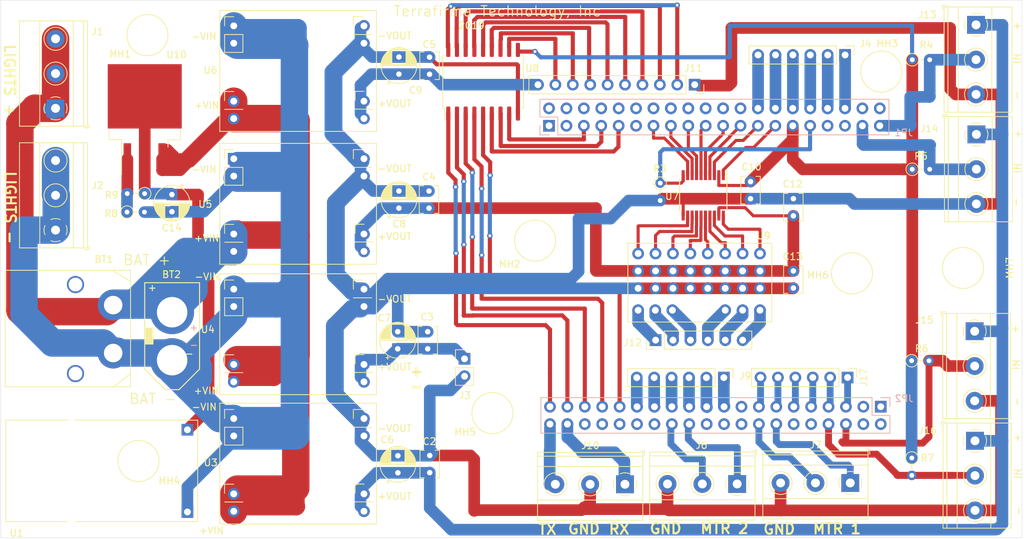
<source format=kicad_pcb>
(kicad_pcb (version 20171130) (host pcbnew "(5.1.4-0-10_14)")
  (layers (0 F.Cu signal) (31 B.Cu signal) (34 B.Paste user) (35 F.Paste user) (36 B.SilkS user) (37 F.SilkS user) (38 B.Mask user) (39 F.Mask user) (44 Edge.Cuts user))
  (net 0 "")
  (net 1 GND)
  (net 2 "Net-(J6-Pad2)")
  (net 3 "Net-(J7-Pad2)")
  (net 4 "Net-(J9-Pad3)")
  (net 5 "Net-(J9-Pad2)")
  (net 6 "Net-(JP2-Pad28)")
  (net 7 "Net-(JP2-Pad22)")
  (net 8 "Net-(JP2-Pad20)")
  (net 9 "Net-(JP2-Pad18)")
  (net 10 "Net-(JP2-Pad17)")
  (net 11 "Net-(C3-Pad1)")
  (net 12 "Net-(J9-Pad5)")
  (net 13 "Net-(J9-Pad4)")
  (net 14 "Net-(J9-Pad1)")
  (net 15 "Net-(J11-Pad3)")
  (net 16 "Net-(J12-Pad6)")
  (net 17 "Net-(J12-Pad5)")
  (net 18 "Net-(J12-Pad4)")
  (net 19 "Net-(J12-Pad3)")
  (net 20 "Net-(J12-Pad2)")
  (net 21 "Net-(U7-Pad20)")
  (net 22 "Net-(U7-Pad18)")
  (net 23 "Net-(U7-Pad17)")
  (net 24 "Net-(U7-Pad16)")
  (net 25 "Net-(U7-Pad15)")
  (net 26 "Net-(U7-Pad14)")
  (net 27 "Net-(U7-Pad13)")
  (net 28 "Net-(U7-Pad12)")
  (net 29 "Net-(JP1-Pad27)")
  (net 30 "Net-(JP1-Pad25)")
  (net 31 "Net-(JP1-Pad23)")
  (net 32 "Net-(JP1-Pad21)")
  (net 33 "Net-(JP1-Pad19)")
  (net 34 "Net-(JP1-Pad17)")
  (net 35 "Net-(JP1-Pad15)")
  (net 36 "Net-(JP1-Pad13)")
  (net 37 "Net-(JP1-Pad35)")
  (net 38 "Net-(JP1-Pad33)")
  (net 39 "Net-(JP1-Pad31)")
  (net 40 "Net-(JP2-Pad12)")
  (net 41 "Net-(JP2-Pad10)")
  (net 42 "Net-(JP2-Pad4)")
  (net 43 "Net-(JP2-Pad2)")
  (net 44 SENSOR1)
  (net 45 SENSOR2)
  (net 46 SENSOR3)
  (net 47 SENSOR4)
  (net 48 PWR_8XR)
  (net 49 PWR_8CH_RLY)
  (net 50 PWR_IND_SENSOR)
  (net 51 "Net-(J4-Pad6)")
  (net 52 "Net-(J4-Pad5)")
  (net 53 "Net-(J4-Pad4)")
  (net 54 "Net-(J4-Pad3)")
  (net 55 "Net-(J4-Pad2)")
  (net 56 "Net-(J4-Pad1)")
  (net 57 "Net-(J11-Pad9)")
  (net 58 "Net-(J11-Pad8)")
  (net 59 "Net-(J11-Pad7)")
  (net 60 "Net-(J11-Pad6)")
  (net 61 "Net-(J11-Pad5)")
  (net 62 "Net-(J11-Pad4)")
  (net 63 "Net-(J11-Pad2)")
  (net 64 "Net-(J12-Pad1)")
  (net 65 "Net-(JP2-Pad3)")
  (net 66 "Net-(JP2-Pad1)")
  (net 67 TX)
  (net 68 RX)
  (net 69 "Net-(J6-Pad1)")
  (net 70 "Net-(J7-Pad1)")
  (net 71 VCC3P3)
  (net 72 "Net-(JP1-Pad24)")
  (net 73 "Net-(JP1-Pad11)")
  (net 74 "Net-(JP1-Pad10)")
  (net 75 "Net-(JP1-Pad3)")
  (net 76 "Net-(JP1-Pad1)")
  (net 77 "Net-(JP1-Pad40)")
  (net 78 "Net-(JP1-Pad38)")
  (net 79 "Net-(JP2-Pad36)")
  (net 80 "Net-(JP2-Pad34)")
  (net 81 "Net-(JP2-Pad32)")
  (net 82 "Net-(JP2-Pad30)")
  (net 83 "Net-(J9-Pad6)")
  (net 84 "Net-(C14-Pad1)")
  (net 85 "Net-(JP1-Pad8)")
  (net 86 "Net-(JP1-Pad6)")
  (net 87 "Net-(JP1-Pad4)")
  (net 88 "Net-(JP1-Pad2)")
  (net 89 "Net-(R8-Pad1)")
  (net 90 "Net-(JP1-Pad22)")
  (net 91 "Net-(JP1-Pad20)")
  (net 92 "Net-(JP1-Pad18)")
  (net 93 "Net-(JP1-Pad16)")
  (net 94 "Net-(JP1-Pad14)")
  (net 95 "Net-(JP1-Pad12)")
  (net 96 RI6)
  (net 97 RI7)
  (net 98 RI8)
  (net 99 RI5)
  (net 100 RI4)
  (net 101 RI3)
  (net 102 RI2)
  (net 103 RI1)
  (net 104 "Net-(BT1-Pad1)")
  (net 105 "Net-(BT1-Pad2)")
  (net 106 "Net-(J17-Pad6)")
  (net 107 "Net-(J17-Pad5)")
  (net 108 "Net-(J17-Pad4)")
  (net 109 "Net-(J17-Pad3)")
  (net 110 "Net-(J17-Pad2)")
  (net 111 "Net-(J17-Pad1)")
  (module Robot:MountingHole_4.3mm_M4 (layer F.Cu) (at 76.4 24.6 270)
    (fp_text reference MH7 (at -0.00508 -6.82498 90) (layer F.SilkS))
    (fp_text value MountingHole)
    (pad "" np_thru_hole circle (at 0 0 270) (size 4.3 4.3) (drill 4.3) (layers *.Cu *.Mask))
  )
  (module Robot:PinHeader_1x06_P2.54mm_Vertical (layer F.Cu) (at 59.56 40.6 270)
    (fp_text reference J17 (at 0 -2.33 90) (layer F.SilkS))
    (fp_text value BreakoutHeader)
    (pad 6 thru_hole oval (at 0 12.7 270) (size 1.7 1.7) (drill 1) (layers *.Cu *.Mask) (net 106 "Net-(J17-Pad6)"))
    (pad 5 thru_hole oval (at 0 10.16 270) (size 1.7 1.7) (drill 1) (layers *.Cu *.Mask) (net 107 "Net-(J17-Pad5)"))
    (pad 4 thru_hole oval (at 0 7.62 270) (size 1.7 1.7) (drill 1) (layers *.Cu *.Mask) (net 108 "Net-(J17-Pad4)"))
    (pad 3 thru_hole oval (at 0 5.08 270) (size 1.7 1.7) (drill 1) (layers *.Cu *.Mask) (net 109 "Net-(J17-Pad3)"))
    (pad 2 thru_hole oval (at 0 2.54 270) (size 1.7 1.7) (drill 1) (layers *.Cu *.Mask) (net 110 "Net-(J17-Pad2)"))
    (pad 1 thru_hole rect (at 0 0 270) (size 1.7 1.7) (drill 1) (layers *.Cu *.Mask) (net 111 "Net-(J17-Pad1)"))
  )
  (module Robot:PinHeader_1x02_P2.54mm_Vertical (layer F.Cu) (at 3.674 37.879)
    (fp_text reference J3 (at 0.05334 5.34924) (layer F.SilkS))
    (fp_text value "PIN HEADER DE0-NANO POWER")
    (pad 1 thru_hole rect (at 0 0) (size 1.7 1.7) (drill 1) (layers *.Cu *.Mask) (net 11 "Net-(C3-Pad1)"))
    (pad 2 thru_hole oval (at 0 2.54) (size 1.7 1.7) (drill 1) (layers *.Cu *.Mask) (net 1 GND))
  )
  (module Robot:USB_POWER_flush (layer F.Cu) (at -36.76 60.24 180)
    (fp_text reference U1 (at 24.93056 -3.09872 180) (layer F.SilkS))
    (fp_text value USB_POWER)
    (pad "" np_thru_hole oval (at 15.8 6 180) (size 3 8) (drill oval 3 8) (layers *.Mask B.Cu))
    (pad "" np_thru_hole circle (at 16.9 12 180) (size 3 3) (drill 3) (layers *.Mask F.Cu))
    (pad "" np_thru_hole circle (at 16.9 0 180) (size 3 3) (drill 3) (layers *.Mask F.Cu))
    (pad 2 thru_hole rect (at 0 0 180) (size 1.7 1.7) (drill 1) (layers *.Cu *.Mask) (net 104 "Net-(BT1-Pad1)"))
    (pad 1 thru_hole rect (at 0 12 180) (size 1.7 1.7) (drill 1) (layers *.Cu *.Mask) (net 84 "Net-(C14-Pad1)"))
  )
  (module TerrafirmaComponents:XT60_M (layer F.Cu) (at -38.99 34.57 180)
    (fp_text reference BT2 (at 0.09 9.01 180) (layer F.SilkS))
    (fp_text value Battery_Cell)
    (fp_text user + (at 2.89 7.09) (layer F.SilkS))
    (fp_text user - (at -2.5 -2.54) (layer F.SilkS))
    (fp_text user - (at -3.175 -1.27) (layer B.SilkS) (effects (justify mirror)))
    (fp_text user + (at -3.175 1.27) (layer B.SilkS) (effects (justify mirror)))
    (pad 1 thru_hole circle (at 0 -3.5 180) (size 6.4 6.4) (drill 4.45) (layers *.Cu *.Mask) (net 104 "Net-(BT1-Pad1)"))
    (pad 2 thru_hole circle (at 0 3.5 180) (size 6.4 6.4) (drill 4.45) (layers *.Cu *.Mask) (net 105 "Net-(BT1-Pad2)"))
  )
  (module TerrafirmaComponents:XT60PW (layer F.Cu) (at -47.59 30.03 270)
    (fp_text reference BT1 (at -6.69 1.36 180) (layer F.SilkS))
    (fp_text value Battery_Cell)
    (pad 4 thru_hole circle (at 10 5.5 270) (size 2.5 2.5) (drill 2) (layers *.Cu *.Mask))
    (pad 3 thru_hole circle (at -3 5.5 270) (size 2.5 2.5) (drill 2) (layers *.Cu *.Mask))
    (pad 1 thru_hole circle (at 7 0 270) (size 4.5 4.5) (drill 2.7) (layers *.Cu *.Mask) (net 104 "Net-(BT1-Pad1)"))
    (pad 2 thru_hole circle (at 0 0 270) (size 4.5 4.5) (drill 2.7) (layers *.Cu *.Mask) (net 105 "Net-(BT1-Pad2)"))
  )
  (module Robot:MountingHole_4.3mm_M4 (layer F.Cu) (at 13.96 20.61)
    (fp_text reference MH2 (at -3.71 3.45) (layer F.SilkS))
    (fp_text value MountingHole)
    (pad "" np_thru_hole circle (at 0 0) (size 4.3 4.3) (drill 4.3) (layers *.Cu *.Mask))
  )
  (module Robot:TO-263-3_TabPin2 (layer F.Cu) (at -42.985 2.92 90)
    (fp_text reference U10 (at 9.48 4.635 180) (layer F.SilkS))
    (fp_text value LM1085-ADJ)
    (pad 2 smd rect (at 3.375 0 90) (size 9.4 10.8) (layers F.Cu F.Mask) (net 84 "Net-(C14-Pad1)"))
    (pad 3 smd rect (at -5.775 2.54 90) (size 4.6 1.1) (layers F.Cu F.Paste F.Mask) (net 105 "Net-(BT1-Pad2)"))
    (pad 2 smd rect (at -5.775 0 90) (size 4.6 1.1) (layers F.Cu F.Paste F.Mask) (net 84 "Net-(C14-Pad1)"))
    (pad 1 smd rect (at -5.775 -2.54 90) (size 4.6 1.1) (layers F.Cu F.Paste F.Mask) (net 89 "Net-(R8-Pad1)"))
  )
  (module Robot:R_Axial_DIN0204_L3.6mm_D1.6mm_P2.54mm_Vertical (layer F.Cu) (at -43 13.75 180)
    (fp_text reference R9 (at 4.82 -0.21) (layer F.SilkS))
    (fp_text value 4.7K)
    (pad 2 thru_hole oval (at 2.54 0 180) (size 1.4 1.4) (drill 0.7) (layers *.Cu *.Mask) (net 89 "Net-(R8-Pad1)"))
    (pad 1 thru_hole circle (at 0 0 180) (size 1.4 1.4) (drill 0.7) (layers *.Cu *.Mask) (net 84 "Net-(C14-Pad1)"))
  )
  (module Robot:R_Axial_DIN0204_L3.6mm_D1.6mm_P2.54mm_Vertical (layer F.Cu) (at -45.57 16.45)
    (fp_text reference R8 (at -2.31 0.2) (layer F.SilkS))
    (fp_text value 4.7K)
    (pad 2 thru_hole oval (at 2.54 0) (size 1.4 1.4) (drill 0.7) (layers *.Cu *.Mask) (net 104 "Net-(BT1-Pad1)"))
    (pad 1 thru_hole circle (at 0 0) (size 1.4 1.4) (drill 0.7) (layers *.Cu *.Mask) (net 89 "Net-(R8-Pad1)"))
  )
  (module Robot:CP_Radial_D5.0mm_P2.50mm (layer F.Cu) (at -39.02 13.89 270)
    (fp_text reference C14 (at 4.87 0.03 180) (layer F.SilkS))
    (fp_text value CP1)
    (pad 2 thru_hole circle (at 2.5 0 270) (size 1.6 1.6) (drill 0.8) (layers *.Cu *.Mask) (net 104 "Net-(BT1-Pad1)"))
    (pad 1 thru_hole rect (at 0 0 270) (size 1.6 1.6) (drill 0.8) (layers *.Cu *.Mask) (net 84 "Net-(C14-Pad1)"))
  )
  (module Robot:PinSocket_2x20_P2.54mm_Vertical (layer B.Cu) (at 64.4 44.87 90)
    (fp_text reference JP2 (at 1.2 3.415) (layer B.SilkS) (effects (justify mirror)))
    (fp_text value "Altera 40 pin connector" hide)
    (pad 40 thru_hole oval (at -2.54 -48.26 90) (size 1.7 1.7) (drill 1) (layers *.Cu *.Mask) (net 67 TX))
    (pad 39 thru_hole oval (at 0 -48.26 90) (size 1.7 1.7) (drill 1) (layers *.Cu *.Mask) (net 103 RI1))
    (pad 38 thru_hole oval (at -2.54 -45.72 90) (size 1.7 1.7) (drill 1) (layers *.Cu *.Mask) (net 68 RX))
    (pad 37 thru_hole oval (at 0 -45.72 90) (size 1.7 1.7) (drill 1) (layers *.Cu *.Mask) (net 102 RI2))
    (pad 36 thru_hole oval (at -2.54 -43.18 90) (size 1.7 1.7) (drill 1) (layers *.Cu *.Mask) (net 79 "Net-(JP2-Pad36)"))
    (pad 35 thru_hole oval (at 0 -43.18 90) (size 1.7 1.7) (drill 1) (layers *.Cu *.Mask) (net 101 RI3))
    (pad 34 thru_hole oval (at -2.54 -40.64 90) (size 1.7 1.7) (drill 1) (layers *.Cu *.Mask) (net 80 "Net-(JP2-Pad34)"))
    (pad 33 thru_hole oval (at 0 -40.64 90) (size 1.7 1.7) (drill 1) (layers *.Cu *.Mask) (net 100 RI4))
    (pad 32 thru_hole oval (at -2.54 -38.1 90) (size 1.7 1.7) (drill 1) (layers *.Cu *.Mask) (net 81 "Net-(JP2-Pad32)"))
    (pad 31 thru_hole oval (at 0 -38.1 90) (size 1.7 1.7) (drill 1) (layers *.Cu *.Mask) (net 99 RI5))
    (pad 30 thru_hole oval (at -2.54 -35.56 90) (size 1.7 1.7) (drill 1) (layers *.Cu *.Mask) (net 82 "Net-(JP2-Pad30)"))
    (pad 29 thru_hole oval (at 0 -35.56 90) (size 1.7 1.7) (drill 1) (layers *.Cu *.Mask) (net 83 "Net-(J9-Pad6)"))
    (pad 28 thru_hole oval (at -2.54 -33.02 90) (size 1.7 1.7) (drill 1) (layers *.Cu *.Mask) (net 6 "Net-(JP2-Pad28)"))
    (pad 27 thru_hole oval (at 0 -33.02 90) (size 1.7 1.7) (drill 1) (layers *.Cu *.Mask) (net 12 "Net-(J9-Pad5)"))
    (pad 26 thru_hole oval (at -2.54 -30.48 90) (size 1.7 1.7) (drill 1) (layers *.Cu *.Mask) (net 3 "Net-(J7-Pad2)"))
    (pad 25 thru_hole oval (at 0 -30.48 90) (size 1.7 1.7) (drill 1) (layers *.Cu *.Mask) (net 13 "Net-(J9-Pad4)"))
    (pad 24 thru_hole oval (at -2.54 -27.94 90) (size 1.7 1.7) (drill 1) (layers *.Cu *.Mask) (net 70 "Net-(J7-Pad1)"))
    (pad 23 thru_hole oval (at 0 -27.94 90) (size 1.7 1.7) (drill 1) (layers *.Cu *.Mask) (net 4 "Net-(J9-Pad3)"))
    (pad 22 thru_hole oval (at -2.54 -25.4 90) (size 1.7 1.7) (drill 1) (layers *.Cu *.Mask) (net 7 "Net-(JP2-Pad22)"))
    (pad 21 thru_hole oval (at 0 -25.4 90) (size 1.7 1.7) (drill 1) (layers *.Cu *.Mask) (net 5 "Net-(J9-Pad2)"))
    (pad 20 thru_hole oval (at -2.54 -22.86 90) (size 1.7 1.7) (drill 1) (layers *.Cu *.Mask) (net 8 "Net-(JP2-Pad20)"))
    (pad 19 thru_hole oval (at 0 -22.86 90) (size 1.7 1.7) (drill 1) (layers *.Cu *.Mask) (net 14 "Net-(J9-Pad1)"))
    (pad 18 thru_hole oval (at -2.54 -20.32 90) (size 1.7 1.7) (drill 1) (layers *.Cu *.Mask) (net 9 "Net-(JP2-Pad18)"))
    (pad 17 thru_hole oval (at 0 -20.32 90) (size 1.7 1.7) (drill 1) (layers *.Cu *.Mask) (net 10 "Net-(JP2-Pad17)"))
    (pad 16 thru_hole oval (at -2.54 -17.78 90) (size 1.7 1.7) (drill 1) (layers *.Cu *.Mask) (net 2 "Net-(J6-Pad2)"))
    (pad 15 thru_hole oval (at 0 -17.78 90) (size 1.7 1.7) (drill 1) (layers *.Cu *.Mask) (net 106 "Net-(J17-Pad6)"))
    (pad 14 thru_hole oval (at -2.54 -15.24 90) (size 1.7 1.7) (drill 1) (layers *.Cu *.Mask) (net 69 "Net-(J6-Pad1)"))
    (pad 13 thru_hole oval (at 0 -15.24 90) (size 1.7 1.7) (drill 1) (layers *.Cu *.Mask) (net 107 "Net-(J17-Pad5)"))
    (pad 12 thru_hole oval (at -2.54 -12.7 90) (size 1.7 1.7) (drill 1) (layers *.Cu *.Mask) (net 40 "Net-(JP2-Pad12)"))
    (pad 11 thru_hole oval (at 0 -12.7 90) (size 1.7 1.7) (drill 1) (layers *.Cu *.Mask) (net 108 "Net-(J17-Pad4)"))
    (pad 10 thru_hole oval (at -2.54 -10.16 90) (size 1.7 1.7) (drill 1) (layers *.Cu *.Mask) (net 41 "Net-(JP2-Pad10)"))
    (pad 9 thru_hole oval (at 0 -10.16 90) (size 1.7 1.7) (drill 1) (layers *.Cu *.Mask) (net 109 "Net-(J17-Pad3)"))
    (pad 8 thru_hole oval (at -2.54 -7.62 90) (size 1.7 1.7) (drill 1) (layers *.Cu *.Mask) (net 47 SENSOR4))
    (pad 7 thru_hole oval (at 0 -7.62 90) (size 1.7 1.7) (drill 1) (layers *.Cu *.Mask) (net 110 "Net-(J17-Pad2)"))
    (pad 6 thru_hole oval (at -2.54 -5.08 90) (size 1.7 1.7) (drill 1) (layers *.Cu *.Mask) (net 46 SENSOR3))
    (pad 5 thru_hole oval (at 0 -5.08 90) (size 1.7 1.7) (drill 1) (layers *.Cu *.Mask) (net 111 "Net-(J17-Pad1)"))
    (pad 4 thru_hole oval (at -2.54 -2.54 90) (size 1.7 1.7) (drill 1) (layers *.Cu *.Mask) (net 42 "Net-(JP2-Pad4)"))
    (pad 3 thru_hole oval (at 0 -2.54 90) (size 1.7 1.7) (drill 1) (layers *.Cu *.Mask) (net 65 "Net-(JP2-Pad3)"))
    (pad 2 thru_hole oval (at -2.54 0 90) (size 1.7 1.7) (drill 1) (layers *.Cu *.Mask) (net 43 "Net-(JP2-Pad2)"))
    (pad 1 thru_hole rect (at 0 0 90) (size 1.7 1.7) (drill 1) (layers *.Cu *.Mask) (net 66 "Net-(JP2-Pad1)"))
  )
  (module Robot:PinSocket_2x20_P2.54mm_Vertical (layer B.Cu) (at 16 3.84 270)
    (fp_text reference JP1 (at 1.015 -51.75) (layer B.SilkS) (effects (justify mirror)))
    (fp_text value "Altera 40 pin connector" hide)
    (pad 40 thru_hole oval (at -2.54 -48.26 270) (size 1.7 1.7) (drill 1) (layers *.Cu *.Mask) (net 77 "Net-(JP1-Pad40)"))
    (pad 39 thru_hole oval (at 0 -48.26 270) (size 1.7 1.7) (drill 1) (layers *.Cu *.Mask) (net 44 SENSOR1))
    (pad 38 thru_hole oval (at -2.54 -45.72 270) (size 1.7 1.7) (drill 1) (layers *.Cu *.Mask) (net 78 "Net-(JP1-Pad38)"))
    (pad 37 thru_hole oval (at 0 -45.72 270) (size 1.7 1.7) (drill 1) (layers *.Cu *.Mask) (net 45 SENSOR2))
    (pad 36 thru_hole oval (at -2.54 -43.18 270) (size 1.7 1.7) (drill 1) (layers *.Cu *.Mask) (net 56 "Net-(J4-Pad1)"))
    (pad 35 thru_hole oval (at 0 -43.18 270) (size 1.7 1.7) (drill 1) (layers *.Cu *.Mask) (net 37 "Net-(JP1-Pad35)"))
    (pad 34 thru_hole oval (at -2.54 -40.64 270) (size 1.7 1.7) (drill 1) (layers *.Cu *.Mask) (net 55 "Net-(J4-Pad2)"))
    (pad 33 thru_hole oval (at 0 -40.64 270) (size 1.7 1.7) (drill 1) (layers *.Cu *.Mask) (net 38 "Net-(JP1-Pad33)"))
    (pad 32 thru_hole oval (at -2.54 -38.1 270) (size 1.7 1.7) (drill 1) (layers *.Cu *.Mask) (net 54 "Net-(J4-Pad3)"))
    (pad 31 thru_hole oval (at 0 -38.1 270) (size 1.7 1.7) (drill 1) (layers *.Cu *.Mask) (net 39 "Net-(JP1-Pad31)"))
    (pad 30 thru_hole oval (at -2.54 -35.56 270) (size 1.7 1.7) (drill 1) (layers *.Cu *.Mask) (net 53 "Net-(J4-Pad4)"))
    (pad 29 thru_hole oval (at 0 -35.56 270) (size 1.7 1.7) (drill 1) (layers *.Cu *.Mask) (net 71 VCC3P3))
    (pad 28 thru_hole oval (at -2.54 -33.02 270) (size 1.7 1.7) (drill 1) (layers *.Cu *.Mask) (net 52 "Net-(J4-Pad5)"))
    (pad 27 thru_hole oval (at 0 -33.02 270) (size 1.7 1.7) (drill 1) (layers *.Cu *.Mask) (net 29 "Net-(JP1-Pad27)"))
    (pad 26 thru_hole oval (at -2.54 -30.48 270) (size 1.7 1.7) (drill 1) (layers *.Cu *.Mask) (net 51 "Net-(J4-Pad6)"))
    (pad 25 thru_hole oval (at 0 -30.48 270) (size 1.7 1.7) (drill 1) (layers *.Cu *.Mask) (net 30 "Net-(JP1-Pad25)"))
    (pad 24 thru_hole oval (at -2.54 -27.94 270) (size 1.7 1.7) (drill 1) (layers *.Cu *.Mask) (net 72 "Net-(JP1-Pad24)"))
    (pad 23 thru_hole oval (at 0 -27.94 270) (size 1.7 1.7) (drill 1) (layers *.Cu *.Mask) (net 31 "Net-(JP1-Pad23)"))
    (pad 22 thru_hole oval (at -2.54 -25.4 270) (size 1.7 1.7) (drill 1) (layers *.Cu *.Mask) (net 90 "Net-(JP1-Pad22)"))
    (pad 21 thru_hole oval (at 0 -25.4 270) (size 1.7 1.7) (drill 1) (layers *.Cu *.Mask) (net 32 "Net-(JP1-Pad21)"))
    (pad 20 thru_hole oval (at -2.54 -22.86 270) (size 1.7 1.7) (drill 1) (layers *.Cu *.Mask) (net 91 "Net-(JP1-Pad20)"))
    (pad 19 thru_hole oval (at 0 -22.86 270) (size 1.7 1.7) (drill 1) (layers *.Cu *.Mask) (net 33 "Net-(JP1-Pad19)"))
    (pad 18 thru_hole oval (at -2.54 -20.32 270) (size 1.7 1.7) (drill 1) (layers *.Cu *.Mask) (net 92 "Net-(JP1-Pad18)"))
    (pad 17 thru_hole oval (at 0 -20.32 270) (size 1.7 1.7) (drill 1) (layers *.Cu *.Mask) (net 34 "Net-(JP1-Pad17)"))
    (pad 16 thru_hole oval (at -2.54 -17.78 270) (size 1.7 1.7) (drill 1) (layers *.Cu *.Mask) (net 93 "Net-(JP1-Pad16)"))
    (pad 15 thru_hole oval (at 0 -17.78 270) (size 1.7 1.7) (drill 1) (layers *.Cu *.Mask) (net 35 "Net-(JP1-Pad15)"))
    (pad 14 thru_hole oval (at -2.54 -15.24 270) (size 1.7 1.7) (drill 1) (layers *.Cu *.Mask) (net 94 "Net-(JP1-Pad14)"))
    (pad 13 thru_hole oval (at 0 -15.24 270) (size 1.7 1.7) (drill 1) (layers *.Cu *.Mask) (net 36 "Net-(JP1-Pad13)"))
    (pad 12 thru_hole oval (at -2.54 -12.7 270) (size 1.7 1.7) (drill 1) (layers *.Cu *.Mask) (net 95 "Net-(JP1-Pad12)"))
    (pad 11 thru_hole oval (at 0 -12.7 270) (size 1.7 1.7) (drill 1) (layers *.Cu *.Mask) (net 73 "Net-(JP1-Pad11)"))
    (pad 10 thru_hole oval (at -2.54 -10.16 270) (size 1.7 1.7) (drill 1) (layers *.Cu *.Mask) (net 74 "Net-(JP1-Pad10)"))
    (pad 9 thru_hole oval (at 0 -10.16 270) (size 1.7 1.7) (drill 1) (layers *.Cu *.Mask) (net 96 RI6))
    (pad 8 thru_hole oval (at -2.54 -7.62 270) (size 1.7 1.7) (drill 1) (layers *.Cu *.Mask) (net 85 "Net-(JP1-Pad8)"))
    (pad 7 thru_hole oval (at 0 -7.62 270) (size 1.7 1.7) (drill 1) (layers *.Cu *.Mask) (net 97 RI7))
    (pad 6 thru_hole oval (at -2.54 -5.08 270) (size 1.7 1.7) (drill 1) (layers *.Cu *.Mask) (net 86 "Net-(JP1-Pad6)"))
    (pad 5 thru_hole oval (at 0 -5.08 270) (size 1.7 1.7) (drill 1) (layers *.Cu *.Mask) (net 98 RI8))
    (pad 4 thru_hole oval (at -2.54 -2.54 270) (size 1.7 1.7) (drill 1) (layers *.Cu *.Mask) (net 87 "Net-(JP1-Pad4)"))
    (pad 3 thru_hole oval (at 0 -2.54 270) (size 1.7 1.7) (drill 1) (layers *.Cu *.Mask) (net 75 "Net-(JP1-Pad3)"))
    (pad 2 thru_hole oval (at -2.54 0 270) (size 1.7 1.7) (drill 1) (layers *.Cu *.Mask) (net 88 "Net-(JP1-Pad2)"))
    (pad 1 thru_hole rect (at 0 0 270) (size 1.7 1.7) (drill 1) (layers *.Cu *.Mask) (net 76 "Net-(JP1-Pad1)"))
  )
  (module Robot:MountingHole_4.3mm_M4 (layer F.Cu) (at -43.9 52.8)
    (fp_text reference MH4 (at 4.5 2.9) (layer F.SilkS))
    (fp_text value MountingHole)
    (pad "" np_thru_hole circle (at 0 0) (size 4.3 4.3) (drill 4.3) (layers *.Cu *.Mask))
  )
  (module Robot:MountingHole_4.3mm_M4 (layer F.Cu) (at 7.74192 45.80382)
    (fp_text reference MH5 (at -3.98018 2.75844) (layer F.SilkS))
    (fp_text value MountingHole)
    (pad "" np_thru_hole circle (at 0 0) (size 4.3 4.3) (drill 4.3) (layers *.Cu *.Mask))
  )
  (module Robot:MountingHole_4.3mm_M4 (layer F.Cu) (at -42.59834 -9.39546)
    (fp_text reference MH1 (at -3.98018 2.75844) (layer F.SilkS))
    (fp_text value MountingHole)
    (pad "" np_thru_hole circle (at 0 0) (size 4.3 4.3) (drill 4.3) (layers *.Cu *.Mask))
  )
  (module Robot:MountingHole_4.3mm_M4 (layer F.Cu) (at 64.49 -4.07)
    (fp_text reference MH3 (at 0.85 -4.1) (layer F.SilkS))
    (fp_text value MountingHole)
    (pad "" np_thru_hole circle (at 0 0) (size 4.3 4.3) (drill 4.3) (layers *.Cu *.Mask))
  )
  (module Robot:MountingHole_4.3mm_M4 (layer F.Cu) (at 60.2 25.4)
    (fp_text reference MH6 (at -4.96316 0.25146) (layer F.SilkS))
    (fp_text value MountingHole)
    (pad "" np_thru_hole circle (at 0 0) (size 4.3 4.3) (drill 4.3) (layers *.Cu *.Mask))
  )
  (module Robot:CP_Radial_D5.0mm_P2.50mm (layer F.Cu) (at -5.9 -3.7 90)
    (fp_text reference C9 (at -2.35634 2.44052 180) (layer F.SilkS))
    (fp_text value CP1)
    (pad 2 thru_hole circle (at 2.5 0 90) (size 1.6 1.6) (drill 0.8) (layers *.Cu *.Mask) (net 1 GND))
    (pad 1 thru_hole rect (at 0 0 90) (size 1.6 1.6) (drill 0.8) (layers *.Cu *.Mask) (net 49 PWR_8CH_RLY))
  )
  (module Robot:SOIC-18W_7.5x11.6mm_P1.27mm (layer F.Cu) (at 6.38 -2.59 90)
    (fp_text reference U8 (at 1.94 7.17 180) (layer F.SilkS))
    (fp_text value TDB62381A)
    (pad 18 smd roundrect (at 4.65 -5.08 90) (size 2.05 0.6) (layers F.Cu F.Paste F.Mask) (net 63 "Net-(J11-Pad2)"))
    (pad 17 smd roundrect (at 4.65 -3.81 90) (size 2.05 0.6) (layers F.Cu F.Paste F.Mask) (net 15 "Net-(J11-Pad3)"))
    (pad 16 smd roundrect (at 4.65 -2.54 90) (size 2.05 0.6) (layers F.Cu F.Paste F.Mask) (net 62 "Net-(J11-Pad4)"))
    (pad 15 smd roundrect (at 4.65 -1.27 90) (size 2.05 0.6) (layers F.Cu F.Paste F.Mask) (net 61 "Net-(J11-Pad5)"))
    (pad 14 smd roundrect (at 4.65 0 90) (size 2.05 0.6) (layers F.Cu F.Paste F.Mask) (net 60 "Net-(J11-Pad6)"))
    (pad 13 smd roundrect (at 4.65 1.27 90) (size 2.05 0.6) (layers F.Cu F.Paste F.Mask) (net 59 "Net-(J11-Pad7)"))
    (pad 12 smd roundrect (at 4.65 2.54 90) (size 2.05 0.6) (layers F.Cu F.Paste F.Mask) (net 58 "Net-(J11-Pad8)"))
    (pad 11 smd roundrect (at 4.65 3.81 90) (size 2.05 0.6) (layers F.Cu F.Paste F.Mask) (net 57 "Net-(J11-Pad9)"))
    (pad 10 smd roundrect (at 4.65 5.08 90) (size 2.05 0.6) (layers F.Cu F.Paste F.Mask) (net 71 VCC3P3))
    (pad 9 smd roundrect (at -4.65 5.08 90) (size 2.05 0.6) (layers F.Cu F.Paste F.Mask) (net 1 GND))
    (pad 8 smd roundrect (at -4.65 3.81 90) (size 2.05 0.6) (layers F.Cu F.Paste F.Mask) (net 98 RI8))
    (pad 7 smd roundrect (at -4.65 2.54 90) (size 2.05 0.6) (layers F.Cu F.Paste F.Mask) (net 97 RI7))
    (pad 6 smd roundrect (at -4.65 1.27 90) (size 2.05 0.6) (layers F.Cu F.Paste F.Mask) (net 96 RI6))
    (pad 5 smd roundrect (at -4.65 0 90) (size 2.05 0.6) (layers F.Cu F.Paste F.Mask) (net 99 RI5))
    (pad 4 smd roundrect (at -4.65 -1.27 90) (size 2.05 0.6) (layers F.Cu F.Paste F.Mask) (net 100 RI4))
    (pad 3 smd roundrect (at -4.65 -2.54 90) (size 2.05 0.6) (layers F.Cu F.Paste F.Mask) (net 101 RI3))
    (pad 2 smd roundrect (at -4.65 -3.81 90) (size 2.05 0.6) (layers F.Cu F.Paste F.Mask) (net 102 RI2))
    (pad 1 smd roundrect (at -4.65 -5.08 90) (size 2.05 0.6) (layers F.Cu F.Paste F.Mask) (net 103 RI1))
  )
  (module Robot:R_Axial_DIN0204_L3.6mm_D1.6mm_P2.54mm_Vertical (layer F.Cu) (at 68.93254 52.35702 270)
    (fp_text reference R7 (at 0.0127 -2.26822 180) (layer F.SilkS))
    (fp_text value 4.7K)
    (pad 2 thru_hole oval (at 2.54 0 270) (size 1.4 1.4) (drill 0.7) (layers *.Cu *.Mask) (net 47 SENSOR4))
    (pad 1 thru_hole circle (at 0 0 270) (size 1.4 1.4) (drill 0.7) (layers *.Cu *.Mask) (net 71 VCC3P3))
  )
  (module Robot:R_Axial_DIN0204_L3.6mm_D1.6mm_P2.54mm_Vertical (layer F.Cu) (at 68.9 38.15)
    (fp_text reference R6 (at 1.4651 -1.76704) (layer F.SilkS))
    (fp_text value 4.7K)
    (pad 2 thru_hole oval (at 2.54 0) (size 1.4 1.4) (drill 0.7) (layers *.Cu *.Mask) (net 46 SENSOR3))
    (pad 1 thru_hole circle (at 0 0) (size 1.4 1.4) (drill 0.7) (layers *.Cu *.Mask) (net 71 VCC3P3))
  )
  (module Robot:R_Axial_DIN0204_L3.6mm_D1.6mm_P2.54mm_Vertical (layer F.Cu) (at 69 10.2)
    (fp_text reference R5 (at 1.27 -1.92) (layer F.SilkS))
    (fp_text value 4.7K)
    (pad 2 thru_hole oval (at 2.54 0) (size 1.4 1.4) (drill 0.7) (layers *.Cu *.Mask) (net 45 SENSOR2))
    (pad 1 thru_hole circle (at 0 0) (size 1.4 1.4) (drill 0.7) (layers *.Cu *.Mask) (net 71 VCC3P3))
  )
  (module Robot:R_Axial_DIN0204_L3.6mm_D1.6mm_P2.54mm_Vertical (layer F.Cu) (at 69 -5.8)
    (fp_text reference R4 (at 2.04 -2.15) (layer F.SilkS))
    (fp_text value 4.7K)
    (pad 2 thru_hole oval (at 2.54 0) (size 1.4 1.4) (drill 0.7) (layers *.Cu *.Mask) (net 44 SENSOR1))
    (pad 1 thru_hole circle (at 0 0) (size 1.4 1.4) (drill 0.7) (layers *.Cu *.Mask) (net 71 VCC3P3))
  )
  (module Robot:TSSOP-20_4.4x6.5mm_P0.65mm (layer F.Cu) (at 38.5 14 270)
    (fp_text reference U7 (at 0.15 4.55 180) (layer F.SilkS))
    (fp_text value TXS0108E)
    (pad 20 smd rect (at 2.95 -2.925 270) (size 1.45 0.45) (layers F.Cu F.Paste F.Mask) (net 21 "Net-(U7-Pad20)"))
    (pad 19 smd rect (at 2.95 -2.275 270) (size 1.45 0.45) (layers F.Cu F.Paste F.Mask) (net 48 PWR_8XR))
    (pad 18 smd rect (at 2.95 -1.625 270) (size 1.45 0.45) (layers F.Cu F.Paste F.Mask) (net 22 "Net-(U7-Pad18)"))
    (pad 17 smd rect (at 2.95 -0.975 270) (size 1.45 0.45) (layers F.Cu F.Paste F.Mask) (net 23 "Net-(U7-Pad17)"))
    (pad 16 smd rect (at 2.95 -0.325 270) (size 1.45 0.45) (layers F.Cu F.Paste F.Mask) (net 24 "Net-(U7-Pad16)"))
    (pad 15 smd rect (at 2.95 0.325 270) (size 1.45 0.45) (layers F.Cu F.Paste F.Mask) (net 25 "Net-(U7-Pad15)"))
    (pad 14 smd rect (at 2.95 0.975 270) (size 1.45 0.45) (layers F.Cu F.Paste F.Mask) (net 26 "Net-(U7-Pad14)"))
    (pad 13 smd rect (at 2.95 1.625 270) (size 1.45 0.45) (layers F.Cu F.Paste F.Mask) (net 27 "Net-(U7-Pad13)"))
    (pad 12 smd rect (at 2.95 2.275 270) (size 1.45 0.45) (layers F.Cu F.Paste F.Mask) (net 28 "Net-(U7-Pad12)"))
    (pad 11 smd rect (at 2.95 2.925 270) (size 1.45 0.45) (layers F.Cu F.Paste F.Mask) (net 1 GND))
    (pad 10 smd rect (at -2.95 2.925 270) (size 1.45 0.45) (layers F.Cu F.Paste F.Mask) (net 39 "Net-(JP1-Pad31)"))
    (pad 9 smd rect (at -2.95 2.275 270) (size 1.45 0.45) (layers F.Cu F.Paste F.Mask) (net 36 "Net-(JP1-Pad13)"))
    (pad 8 smd rect (at -2.95 1.625 270) (size 1.45 0.45) (layers F.Cu F.Paste F.Mask) (net 35 "Net-(JP1-Pad15)"))
    (pad 7 smd rect (at -2.95 0.975 270) (size 1.45 0.45) (layers F.Cu F.Paste F.Mask) (net 34 "Net-(JP1-Pad17)"))
    (pad 6 smd rect (at -2.95 0.325 270) (size 1.45 0.45) (layers F.Cu F.Paste F.Mask) (net 33 "Net-(JP1-Pad19)"))
    (pad 5 smd rect (at -2.95 -0.325 270) (size 1.45 0.45) (layers F.Cu F.Paste F.Mask) (net 32 "Net-(JP1-Pad21)"))
    (pad 4 smd rect (at -2.95 -0.975 270) (size 1.45 0.45) (layers F.Cu F.Paste F.Mask) (net 31 "Net-(JP1-Pad23)"))
    (pad 3 smd rect (at -2.95 -1.625 270) (size 1.45 0.45) (layers F.Cu F.Paste F.Mask) (net 30 "Net-(JP1-Pad25)"))
    (pad 2 smd rect (at -2.95 -2.275 270) (size 1.45 0.45) (layers F.Cu F.Paste F.Mask) (net 71 VCC3P3))
    (pad 1 smd rect (at -2.95 -2.925 270) (size 1.45 0.45) (layers F.Cu F.Paste F.Mask) (net 29 "Net-(JP1-Pad27)"))
  )
  (module Robot:GEN_DC_TO_DC (layer F.Cu) (at -29.5 -10.45)
    (fp_text reference U6 (at -3.89 6.18) (layer F.SilkS))
    (fp_text value Generic_DC_to_DC_Module)
    (fp_text user +VOUT (at 22.987 11.049) (layer F.SilkS))
    (fp_text user -VOUT (at 22.987 1.143) (layer F.SilkS))
    (fp_text user +VIN (at -4.445 11.303) (layer F.SilkS))
    (fp_text user -VIN (at -4.83616 1.25476) (layer F.SilkS))
    (pad 7 thru_hole circle (at 18.5 10.7) (size 1.7 1.7) (drill 1) (layers *.Cu *.Mask) (net 49 PWR_8CH_RLY))
    (pad 8 thru_hole oval (at 18.5 13.24) (size 1.7 1.7) (drill 1) (layers *.Cu *.Mask) (net 49 PWR_8CH_RLY))
    (pad 4 thru_hole oval (at -0.5 13.24) (size 1.7 1.7) (drill 1) (layers *.Cu *.Mask) (net 105 "Net-(BT1-Pad2)"))
    (pad 3 thru_hole circle (at -0.5 10.7) (size 1.7 1.7) (drill 1) (layers *.Cu *.Mask) (net 105 "Net-(BT1-Pad2)"))
    (pad 6 thru_hole oval (at 18.5 2.24) (size 1.7 1.7) (drill 1) (layers *.Cu *.Mask) (net 1 GND))
    (pad 5 thru_hole circle (at 18.5 -0.3) (size 1.7 1.7) (drill 1) (layers *.Cu *.Mask) (net 1 GND))
    (pad 2 thru_hole oval (at -0.5 2.24) (size 1.7 1.7) (drill 1) (layers *.Cu *.Mask) (net 104 "Net-(BT1-Pad1)"))
    (pad 1 thru_hole rect (at -0.5 -0.3) (size 1.7 1.7) (drill 1) (layers *.Cu *.Mask) (net 104 "Net-(BT1-Pad1)"))
  )
  (module Robot:GEN_DC_TO_DC (layer F.Cu) (at -29.5 8.9535)
    (fp_text reference U5 (at -4.655 6.3465) (layer F.SilkS))
    (fp_text value Generic_DC_to_DC_Module)
    (fp_text user +VOUT (at 22.987 11.049) (layer F.SilkS))
    (fp_text user -VOUT (at 22.987 1.143) (layer F.SilkS))
    (fp_text user +VIN (at -4.445 11.303) (layer F.SilkS))
    (fp_text user -VIN (at -4.83616 1.25476) (layer F.SilkS))
    (pad 7 thru_hole circle (at 18.5 10.7) (size 1.7 1.7) (drill 1) (layers *.Cu *.Mask) (net 48 PWR_8XR))
    (pad 8 thru_hole oval (at 18.5 13.24) (size 1.7 1.7) (drill 1) (layers *.Cu *.Mask) (net 48 PWR_8XR))
    (pad 4 thru_hole oval (at -0.5 13.24) (size 1.7 1.7) (drill 1) (layers *.Cu *.Mask) (net 105 "Net-(BT1-Pad2)"))
    (pad 3 thru_hole circle (at -0.5 10.7) (size 1.7 1.7) (drill 1) (layers *.Cu *.Mask) (net 105 "Net-(BT1-Pad2)"))
    (pad 6 thru_hole oval (at 18.5 2.24) (size 1.7 1.7) (drill 1) (layers *.Cu *.Mask) (net 1 GND))
    (pad 5 thru_hole circle (at 18.5 -0.3) (size 1.7 1.7) (drill 1) (layers *.Cu *.Mask) (net 1 GND))
    (pad 2 thru_hole oval (at -0.5 2.24) (size 1.7 1.7) (drill 1) (layers *.Cu *.Mask) (net 104 "Net-(BT1-Pad1)"))
    (pad 1 thru_hole rect (at -0.5 -0.3) (size 1.7 1.7) (drill 1) (layers *.Cu *.Mask) (net 104 "Net-(BT1-Pad1)"))
  )
  (module Robot:GEN_DC_TO_DC (layer F.Cu) (at -29.5 28)
    (fp_text reference U4 (at -4.286 5.583) (layer F.SilkS))
    (fp_text value Generic_DC_to_DC_Module)
    (fp_text user +VOUT (at 22.987 11.049) (layer F.SilkS))
    (fp_text user -VOUT (at 22.987 1.143) (layer F.SilkS))
    (fp_text user +VIN (at -4.51 14.54) (layer F.SilkS))
    (fp_text user -VIN (at -4.38 -2.12) (layer F.SilkS))
    (pad 7 thru_hole circle (at 18.5 10.7) (size 1.7 1.7) (drill 1) (layers *.Cu *.Mask) (net 11 "Net-(C3-Pad1)"))
    (pad 8 thru_hole oval (at 18.5 13.24) (size 1.7 1.7) (drill 1) (layers *.Cu *.Mask) (net 11 "Net-(C3-Pad1)"))
    (pad 4 thru_hole oval (at -0.5 13.24) (size 1.7 1.7) (drill 1) (layers *.Cu *.Mask) (net 105 "Net-(BT1-Pad2)"))
    (pad 3 thru_hole circle (at -0.5 10.7) (size 1.7 1.7) (drill 1) (layers *.Cu *.Mask) (net 105 "Net-(BT1-Pad2)"))
    (pad 6 thru_hole oval (at 18.5 2.24) (size 1.7 1.7) (drill 1) (layers *.Cu *.Mask) (net 1 GND))
    (pad 5 thru_hole circle (at 18.5 -0.3) (size 1.7 1.7) (drill 1) (layers *.Cu *.Mask) (net 1 GND))
    (pad 2 thru_hole oval (at -0.5 2.24) (size 1.7 1.7) (drill 1) (layers *.Cu *.Mask) (net 104 "Net-(BT1-Pad1)"))
    (pad 1 thru_hole rect (at -0.5 -0.3) (size 1.7 1.7) (drill 1) (layers *.Cu *.Mask) (net 104 "Net-(BT1-Pad1)"))
  )
  (module Robot:GEN_DC_TO_DC (layer F.Cu) (at -29.5 46.9)
    (fp_text reference U3 (at -3.85782 6.13774) (layer F.SilkS))
    (fp_text value Generic_DC_to_DC_Module)
    (fp_text user +VOUT (at 22.987 11.049) (layer F.SilkS))
    (fp_text user -VOUT (at 22.987 1.143) (layer F.SilkS))
    (fp_text user +VIN (at -3.76 16.05) (layer F.SilkS))
    (fp_text user -VIN (at -4.8 -1.99) (layer F.SilkS))
    (pad 7 thru_hole circle (at 18.5 10.7) (size 1.7 1.7) (drill 1) (layers *.Cu *.Mask) (net 50 PWR_IND_SENSOR))
    (pad 8 thru_hole oval (at 18.5 13.24) (size 1.7 1.7) (drill 1) (layers *.Cu *.Mask) (net 50 PWR_IND_SENSOR))
    (pad 4 thru_hole oval (at -0.5 13.24) (size 1.7 1.7) (drill 1) (layers *.Cu *.Mask) (net 105 "Net-(BT1-Pad2)"))
    (pad 3 thru_hole circle (at -0.5 10.7) (size 1.7 1.7) (drill 1) (layers *.Cu *.Mask) (net 105 "Net-(BT1-Pad2)"))
    (pad 6 thru_hole oval (at 18.5 2.24) (size 1.7 1.7) (drill 1) (layers *.Cu *.Mask) (net 1 GND))
    (pad 5 thru_hole circle (at 18.5 -0.3) (size 1.7 1.7) (drill 1) (layers *.Cu *.Mask) (net 1 GND))
    (pad 2 thru_hole oval (at -0.5 2.24) (size 1.7 1.7) (drill 1) (layers *.Cu *.Mask) (net 104 "Net-(BT1-Pad1)"))
    (pad 1 thru_hole rect (at -0.5 -0.3) (size 1.7 1.7) (drill 1) (layers *.Cu *.Mask) (net 104 "Net-(BT1-Pad1)"))
  )
  (module Robot:X8R (layer F.Cu) (at 29 22.5 90)
    (fp_text reference U9 (at 2.6 18.3 180) (layer F.SilkS))
    (fp_text value X8R_Receiver)
    (pad 30 thru_hole circle (at -8.28 17.78 90) (size 1.7 1.7) (drill 1) (layers *.Cu *.Mask) (net 16 "Net-(J12-Pad6)"))
    (pad 29 thru_hole circle (at -8.28 15.24 90) (size 1.7 1.7) (drill 1) (layers *.Cu *.Mask) (net 17 "Net-(J12-Pad5)"))
    (pad 28 thru_hole circle (at -8.28 12.7 90) (size 1.7 1.7) (drill 1) (layers *.Cu *.Mask) (net 18 "Net-(J12-Pad4)"))
    (pad 27 thru_hole circle (at -8.28 5 90) (size 1.7 1.7) (drill 1) (layers *.Cu *.Mask) (net 19 "Net-(J12-Pad3)"))
    (pad 26 thru_hole circle (at -8.28 2.5 90) (size 1.7 1.7) (drill 1) (layers *.Cu *.Mask) (net 20 "Net-(J12-Pad2)"))
    (pad 25 thru_hole circle (at -8.28 0 90) (size 1.7 1.7) (drill 1) (layers *.Cu *.Mask) (net 64 "Net-(J12-Pad1)"))
    (pad 24 thru_hole circle (at -5.08 17.78 90) (size 1.7 1.7) (drill 1) (layers *.Cu *.Mask) (net 1 GND))
    (pad 23 thru_hole circle (at -5.08 15.24 90) (size 1.7 1.7) (drill 1) (layers *.Cu *.Mask) (net 1 GND))
    (pad 22 thru_hole circle (at -5.08 12.7 90) (size 1.7 1.7) (drill 1) (layers *.Cu *.Mask) (net 1 GND))
    (pad 21 thru_hole circle (at -5.08 10.16 90) (size 1.7 1.7) (drill 1) (layers *.Cu *.Mask) (net 1 GND))
    (pad 20 thru_hole circle (at -5.08 7.62 90) (size 1.7 1.7) (drill 1) (layers *.Cu *.Mask) (net 1 GND))
    (pad 19 thru_hole circle (at -5.08 5.08 90) (size 1.7 1.7) (drill 1) (layers *.Cu *.Mask) (net 1 GND))
    (pad 18 thru_hole circle (at -5.08 2.54 90) (size 1.7 1.7) (drill 1) (layers *.Cu *.Mask) (net 1 GND))
    (pad 17 thru_hole circle (at -5.08 0 90) (size 1.7 1.7) (drill 1) (layers *.Cu *.Mask) (net 1 GND))
    (pad 16 thru_hole circle (at -2.54 17.78 90) (size 1.7 1.7) (drill 1) (layers *.Cu *.Mask) (net 48 PWR_8XR))
    (pad 15 thru_hole circle (at -2.54 15.24 90) (size 1.7 1.7) (drill 1) (layers *.Cu *.Mask) (net 48 PWR_8XR))
    (pad 14 thru_hole circle (at -2.54 12.7 90) (size 1.7 1.7) (drill 1) (layers *.Cu *.Mask) (net 48 PWR_8XR))
    (pad 13 thru_hole circle (at -2.54 10.16 90) (size 1.7 1.7) (drill 1) (layers *.Cu *.Mask) (net 48 PWR_8XR))
    (pad 12 thru_hole circle (at -2.54 7.62 90) (size 1.7 1.7) (drill 1) (layers *.Cu *.Mask) (net 48 PWR_8XR))
    (pad 11 thru_hole circle (at -2.54 5.08 90) (size 1.7 1.7) (drill 1) (layers *.Cu *.Mask) (net 48 PWR_8XR))
    (pad 10 thru_hole circle (at -2.54 2.54 90) (size 1.7 1.7) (drill 1) (layers *.Cu *.Mask) (net 48 PWR_8XR))
    (pad 9 thru_hole circle (at -2.54 0 90) (size 1.7 1.7) (drill 1) (layers *.Cu *.Mask) (net 48 PWR_8XR))
    (pad 8 thru_hole circle (at 0 17.78 90) (size 1.7 1.7) (drill 1) (layers *.Cu *.Mask) (net 21 "Net-(U7-Pad20)"))
    (pad 7 thru_hole circle (at 0 15.24 90) (size 1.7 1.7) (drill 1) (layers *.Cu *.Mask) (net 22 "Net-(U7-Pad18)"))
    (pad 6 thru_hole circle (at 0 12.7 90) (size 1.7 1.7) (drill 1) (layers *.Cu *.Mask) (net 23 "Net-(U7-Pad17)"))
    (pad 5 thru_hole circle (at 0 10.16 90) (size 1.7 1.7) (drill 1) (layers *.Cu *.Mask) (net 24 "Net-(U7-Pad16)"))
    (pad 4 thru_hole circle (at 0 7.62 90) (size 1.7 1.7) (drill 1) (layers *.Cu *.Mask) (net 25 "Net-(U7-Pad15)"))
    (pad 3 thru_hole circle (at 0 5.08 90) (size 1.7 1.7) (drill 1) (layers *.Cu *.Mask) (net 26 "Net-(U7-Pad14)"))
    (pad 2 thru_hole circle (at 0 2.54 90) (size 1.7 1.7) (drill 1) (layers *.Cu *.Mask) (net 27 "Net-(U7-Pad13)"))
    (pad 1 thru_hole circle (at 0 0 90) (size 1.7 1.7) (drill 1) (layers *.Cu *.Mask) (net 28 "Net-(U7-Pad12)"))
  )
  (module Robot:R_Axial_DIN0204_L3.6mm_D1.6mm_P2.54mm_Vertical (layer F.Cu) (at 32.22244 12.21994 270)
    (fp_text reference R3 (at -2.1 0.05 180) (layer F.SilkS))
    (fp_text value 4.7K)
    (pad 2 thru_hole oval (at 2.54 0 270) (size 1.4 1.4) (drill 0.7) (layers *.Cu *.Mask) (net 1 GND))
    (pad 1 thru_hole circle (at 0 0 270) (size 1.4 1.4) (drill 0.7) (layers *.Cu *.Mask) (net 39 "Net-(JP1-Pad31)"))
  )
  (module Robot:PinHeader_1x06_P2.54mm_Vertical (layer F.Cu) (at 41.50136 40.61922 270)
    (fp_text reference J9 (at -0.23922 -3.10864 180) (layer F.SilkS))
    (fp_text value BreakoutHeader)
    (pad 6 thru_hole oval (at 0 12.7 270) (size 1.7 1.7) (drill 1) (layers *.Cu *.Mask) (net 83 "Net-(J9-Pad6)"))
    (pad 5 thru_hole oval (at 0 10.16 270) (size 1.7 1.7) (drill 1) (layers *.Cu *.Mask) (net 12 "Net-(J9-Pad5)"))
    (pad 4 thru_hole oval (at 0 7.62 270) (size 1.7 1.7) (drill 1) (layers *.Cu *.Mask) (net 13 "Net-(J9-Pad4)"))
    (pad 3 thru_hole oval (at 0 5.08 270) (size 1.7 1.7) (drill 1) (layers *.Cu *.Mask) (net 4 "Net-(J9-Pad3)"))
    (pad 2 thru_hole oval (at 0 2.54 270) (size 1.7 1.7) (drill 1) (layers *.Cu *.Mask) (net 5 "Net-(J9-Pad2)"))
    (pad 1 thru_hole rect (at 0 0 270) (size 1.7 1.7) (drill 1) (layers *.Cu *.Mask) (net 14 "Net-(J9-Pad1)"))
  )
  (module Robot:PinHeader_1x06_P2.54mm_Vertical (layer F.Cu) (at 59.2 -6.5 270)
    (fp_text reference J4 (at -1.65 -2.97 180) (layer F.SilkS))
    (fp_text value BreakoutHeader)
    (pad 6 thru_hole oval (at 0 12.7 270) (size 1.7 1.7) (drill 1) (layers *.Cu *.Mask) (net 51 "Net-(J4-Pad6)"))
    (pad 5 thru_hole oval (at 0 10.16 270) (size 1.7 1.7) (drill 1) (layers *.Cu *.Mask) (net 52 "Net-(J4-Pad5)"))
    (pad 4 thru_hole oval (at 0 7.62 270) (size 1.7 1.7) (drill 1) (layers *.Cu *.Mask) (net 53 "Net-(J4-Pad4)"))
    (pad 3 thru_hole oval (at 0 5.08 270) (size 1.7 1.7) (drill 1) (layers *.Cu *.Mask) (net 54 "Net-(J4-Pad3)"))
    (pad 2 thru_hole oval (at 0 2.54 270) (size 1.7 1.7) (drill 1) (layers *.Cu *.Mask) (net 55 "Net-(J4-Pad2)"))
    (pad 1 thru_hole rect (at 0 0 270) (size 1.7 1.7) (drill 1) (layers *.Cu *.Mask) (net 56 "Net-(J4-Pad1)"))
  )
  (module Robot:CP_Radial_D5.0mm_P2.50mm (layer F.Cu) (at -5.90042 15.87246 90)
    (fp_text reference C8 (at -2.3 0.05 180) (layer F.SilkS))
    (fp_text value CP1)
    (pad 2 thru_hole circle (at 2.5 0 90) (size 1.6 1.6) (drill 0.8) (layers *.Cu *.Mask) (net 1 GND))
    (pad 1 thru_hole rect (at 0 0 90) (size 1.6 1.6) (drill 0.8) (layers *.Cu *.Mask) (net 48 PWR_8XR))
  )
  (module Robot:CP_Radial_D5.0mm_P2.50mm (layer F.Cu) (at -6.07568 36.41344 90)
    (fp_text reference C7 (at 4.49326 -1.94564 180) (layer F.SilkS))
    (fp_text value CP1)
    (pad 2 thru_hole circle (at 2.5 0 90) (size 1.6 1.6) (drill 0.8) (layers *.Cu *.Mask) (net 1 GND))
    (pad 1 thru_hole rect (at 0 0 90) (size 1.6 1.6) (drill 0.8) (layers *.Cu *.Mask) (net 11 "Net-(C3-Pad1)"))
  )
  (module Robot:CP_Radial_D5.0mm_P2.50mm (layer F.Cu) (at -6.05028 54.52618 90)
    (fp_text reference C6 (at 4.82346 -1.55956 180) (layer F.SilkS))
    (fp_text value CP1)
    (pad 2 thru_hole circle (at 2.5 0 90) (size 1.6 1.6) (drill 0.8) (layers *.Cu *.Mask) (net 1 GND))
    (pad 1 thru_hole rect (at 0 0 90) (size 1.6 1.6) (drill 0.8) (layers *.Cu *.Mask) (net 50 PWR_IND_SENSOR))
  )
  (module Robot:C_Disc_D3.8mm_W2.6mm_P2.50mm (layer F.Cu) (at -1.43 -3.68 90)
    (fp_text reference C5 (at 4.35 -0.05 180) (layer F.SilkS))
    (fp_text value .1uf)
    (pad 2 thru_hole circle (at 2.5 0 90) (size 1.6 1.6) (drill 0.8) (layers *.Cu *.Mask) (net 1 GND))
    (pad 1 thru_hole circle (at 0 0 90) (size 1.6 1.6) (drill 0.8) (layers *.Cu *.Mask) (net 49 PWR_8CH_RLY))
  )
  (module Robot:C_Disc_D3.8mm_W2.6mm_P2.50mm (layer F.Cu) (at -1.51384 15.87246 90)
    (fp_text reference C4 (at 4.55 0 180) (layer F.SilkS))
    (fp_text value .1uf)
    (pad 2 thru_hole circle (at 2.5 0 90) (size 1.6 1.6) (drill 0.8) (layers *.Cu *.Mask) (net 1 GND))
    (pad 1 thru_hole circle (at 0 0 90) (size 1.6 1.6) (drill 0.8) (layers *.Cu *.Mask) (net 48 PWR_8XR))
  )
  (module Robot:C_Disc_D3.8mm_W2.6mm_P2.50mm (layer F.Cu) (at -1.69926 36.41344 90)
    (fp_text reference C3 (at 4.65 -0.1 180) (layer F.SilkS))
    (fp_text value .1uf)
    (pad 2 thru_hole circle (at 2.5 0 90) (size 1.6 1.6) (drill 0.8) (layers *.Cu *.Mask) (net 1 GND))
    (pad 1 thru_hole circle (at 0 0 90) (size 1.6 1.6) (drill 0.8) (layers *.Cu *.Mask) (net 11 "Net-(C3-Pad1)"))
  )
  (module Robot:C_Disc_D3.8mm_W2.6mm_P2.50mm (layer F.Cu) (at -1.40208 54.4957 90)
    (fp_text reference C2 (at 4.55 -0.05 180) (layer F.SilkS))
    (fp_text value .1uf)
    (pad 2 thru_hole circle (at 2.5 0 90) (size 1.6 1.6) (drill 0.8) (layers *.Cu *.Mask) (net 1 GND))
    (pad 1 thru_hole circle (at 0 0 90) (size 1.6 1.6) (drill 0.8) (layers *.Cu *.Mask) (net 50 PWR_IND_SENSOR))
  )
  (module Robot:C_Disc_D3.8mm_W2.6mm_P2.50mm (layer F.Cu) (at 51.64836 25.0444 270)
    (fp_text reference C13 (at -2.1 0.1 180) (layer F.SilkS))
    (fp_text value .1uf)
    (pad 2 thru_hole circle (at 2.5 0 270) (size 1.6 1.6) (drill 0.8) (layers *.Cu *.Mask) (net 1 GND))
    (pad 1 thru_hole circle (at 0 0 270) (size 1.6 1.6) (drill 0.8) (layers *.Cu *.Mask) (net 48 PWR_8XR))
  )
  (module Robot:C_Disc_D3.8mm_W2.6mm_P2.50mm (layer F.Cu) (at 51.6509 16.9926 90)
    (fp_text reference C12 (at 4.65 -0.1 180) (layer F.SilkS))
    (fp_text value .1uf)
    (pad 2 thru_hole circle (at 2.5 0 90) (size 1.6 1.6) (drill 0.8) (layers *.Cu *.Mask) (net 1 GND))
    (pad 1 thru_hole circle (at 0 0 90) (size 1.6 1.6) (drill 0.8) (layers *.Cu *.Mask) (net 48 PWR_8XR))
  )
  (module Robot:C_Disc_D3.8mm_W2.6mm_P2.50mm (layer F.Cu) (at 45.4 12 270)
    (fp_text reference C10 (at -2.15 -0.15 180) (layer F.SilkS))
    (fp_text value .1uf)
    (pad 2 thru_hole circle (at 2.5 0 270) (size 1.6 1.6) (drill 0.8) (layers *.Cu *.Mask) (net 1 GND))
    (pad 1 thru_hole circle (at 0 0 270) (size 1.6 1.6) (drill 0.8) (layers *.Cu *.Mask) (net 71 VCC3P3))
  )
  (module Robot:TerminalBlock_Phoenix_MKDS-1,5-3-5.08_1x03_P5.08mm_Horizontal (layer F.Cu) (at -56 19.08 90)
    (fp_text reference J2 (at 6.53 6.13 180) (layer F.SilkS))
    (fp_text value NegativeBus)
    (pad 3 thru_hole circle (at 10.16 0 90) (size 2.6 2.6) (drill 1.3) (layers *.Cu *.Mask) (net 104 "Net-(BT1-Pad1)"))
    (pad 2 thru_hole circle (at 5.08 0 90) (size 2.6 2.6) (drill 1.3) (layers *.Cu *.Mask) (net 104 "Net-(BT1-Pad1)"))
    (pad 1 thru_hole rect (at 0 0 90) (size 2.6 2.6) (drill 1.3) (layers *.Cu *.Mask) (net 104 "Net-(BT1-Pad1)"))
  )
  (module Robot:TerminalBlock_Phoenix_MKDS-1,5-3-5.08_1x03_P5.08mm_Horizontal (layer F.Cu) (at -56 1.3 90)
    (fp_text reference J1 (at 11.21 6.12 180) (layer F.SilkS))
    (fp_text value PositiveBus)
    (pad 3 thru_hole circle (at 10.16 0 90) (size 2.6 2.6) (drill 1.3) (layers *.Cu *.Mask) (net 105 "Net-(BT1-Pad2)"))
    (pad 2 thru_hole circle (at 5.08 0 90) (size 2.6 2.6) (drill 1.3) (layers *.Cu *.Mask) (net 105 "Net-(BT1-Pad2)"))
    (pad 1 thru_hole rect (at 0 0 90) (size 2.6 2.6) (drill 1.3) (layers *.Cu *.Mask) (net 105 "Net-(BT1-Pad2)"))
  )
  (module Robot:TerminalBlock_Phoenix_MKDS-1,5-3-5.08_1x03_P5.08mm_Horizontal (layer F.Cu) (at 43.45 56.15 180)
    (fp_text reference J7 (at -11.45 5.7) (layer F.SilkS))
    (fp_text value MotorDriver2)
    (pad 3 thru_hole circle (at 10.16 0 180) (size 2.6 2.6) (drill 1.3) (layers *.Cu *.Mask) (net 1 GND))
    (pad 2 thru_hole circle (at 5.08 0 180) (size 2.6 2.6) (drill 1.3) (layers *.Cu *.Mask) (net 3 "Net-(J7-Pad2)"))
    (pad 1 thru_hole rect (at 0 0 180) (size 2.6 2.6) (drill 1.3) (layers *.Cu *.Mask) (net 70 "Net-(J7-Pad1)"))
  )
  (module Robot:TerminalBlock_Phoenix_MKDS-1,5-3-5.08_1x03_P5.08mm_Horizontal (layer F.Cu) (at 59.95 56 180)
    (fp_text reference J6 (at 21.7 5.5) (layer F.SilkS))
    (fp_text value MotorDriver1)
    (pad 3 thru_hole circle (at 10.16 0 180) (size 2.6 2.6) (drill 1.3) (layers *.Cu *.Mask) (net 1 GND))
    (pad 2 thru_hole circle (at 5.08 0 180) (size 2.6 2.6) (drill 1.3) (layers *.Cu *.Mask) (net 2 "Net-(J6-Pad2)"))
    (pad 1 thru_hole rect (at 0 0 180) (size 2.6 2.6) (drill 1.3) (layers *.Cu *.Mask) (net 69 "Net-(J6-Pad1)"))
  )
  (module Robot:TerminalBlock_Phoenix_MKDS-1,5-3-5.08_1x03_P5.08mm_Horizontal (layer F.Cu) (at 78.15 49.85 270)
    (fp_text reference J16 (at -1.5 6.9 180) (layer F.SilkS))
    (fp_text value "SENSOR 4")
    (pad 3 thru_hole circle (at 10.16 0 270) (size 2.6 2.6) (drill 1.3) (layers *.Cu *.Mask) (net 1 GND))
    (pad 2 thru_hole circle (at 5.08 0 270) (size 2.6 2.6) (drill 1.3) (layers *.Cu *.Mask) (net 47 SENSOR4))
    (pad 1 thru_hole rect (at 0 0 270) (size 2.6 2.6) (drill 1.3) (layers *.Cu *.Mask) (net 50 PWR_IND_SENSOR))
  )
  (module Robot:TerminalBlock_Phoenix_MKDS-1,5-3-5.08_1x03_P5.08mm_Horizontal (layer F.Cu) (at 78.1 33.85 270)
    (fp_text reference J15 (at -1.65 7.35 180) (layer F.SilkS))
    (fp_text value "SENSOR 3")
    (pad 3 thru_hole circle (at 10.16 0 270) (size 2.6 2.6) (drill 1.3) (layers *.Cu *.Mask) (net 1 GND))
    (pad 2 thru_hole circle (at 5.08 0 270) (size 2.6 2.6) (drill 1.3) (layers *.Cu *.Mask) (net 46 SENSOR3))
    (pad 1 thru_hole rect (at 0 0 270) (size 2.6 2.6) (drill 1.3) (layers *.Cu *.Mask) (net 50 PWR_IND_SENSOR))
  )
  (module Robot:TerminalBlock_Phoenix_MKDS-1,5-3-5.08_1x03_P5.08mm_Horizontal (layer F.Cu) (at 78.35 5.1 270)
    (fp_text reference J14 (at -0.84 6.87 180) (layer F.SilkS))
    (fp_text value "SENSOR 2")
    (pad 3 thru_hole circle (at 10.16 0 270) (size 2.6 2.6) (drill 1.3) (layers *.Cu *.Mask) (net 1 GND))
    (pad 2 thru_hole circle (at 5.08 0 270) (size 2.6 2.6) (drill 1.3) (layers *.Cu *.Mask) (net 45 SENSOR2))
    (pad 1 thru_hole rect (at 0 0 270) (size 2.6 2.6) (drill 1.3) (layers *.Cu *.Mask) (net 50 PWR_IND_SENSOR))
  )
  (module Robot:TerminalBlock_Phoenix_MKDS-1,5-3-5.08_1x03_P5.08mm_Horizontal (layer F.Cu) (at 78.3 -10.9 270)
    (fp_text reference J13 (at -1.46 7.11 180) (layer F.SilkS))
    (fp_text value "SENSOR 1")
    (pad 3 thru_hole circle (at 10.16 0 270) (size 2.6 2.6) (drill 1.3) (layers *.Cu *.Mask) (net 1 GND))
    (pad 2 thru_hole circle (at 5.08 0 270) (size 2.6 2.6) (drill 1.3) (layers *.Cu *.Mask) (net 44 SENSOR1))
    (pad 1 thru_hole rect (at 0 0 270) (size 2.6 2.6) (drill 1.3) (layers *.Cu *.Mask) (net 50 PWR_IND_SENSOR))
  )
  (module Robot:PinSocket_1x10_P2.54mm_Vertical (layer F.Cu) (at 37.25 -2.16 270)
    (fp_text reference J11 (at -2.42 0.17 180) (layer F.SilkS))
    (fp_text value "RELAY HEADER")
    (pad 10 thru_hole oval (at 0 22.86 270) (size 1.7 1.7) (drill 1) (layers *.Cu *.Mask) (net 49 PWR_8CH_RLY))
    (pad 9 thru_hole oval (at 0 20.32 270) (size 1.7 1.7) (drill 1) (layers *.Cu *.Mask) (net 57 "Net-(J11-Pad9)"))
    (pad 8 thru_hole oval (at 0 17.78 270) (size 1.7 1.7) (drill 1) (layers *.Cu *.Mask) (net 58 "Net-(J11-Pad8)"))
    (pad 7 thru_hole oval (at 0 15.24 270) (size 1.7 1.7) (drill 1) (layers *.Cu *.Mask) (net 59 "Net-(J11-Pad7)"))
    (pad 6 thru_hole oval (at 0 12.7 270) (size 1.7 1.7) (drill 1) (layers *.Cu *.Mask) (net 60 "Net-(J11-Pad6)"))
    (pad 5 thru_hole oval (at 0 10.16 270) (size 1.7 1.7) (drill 1) (layers *.Cu *.Mask) (net 61 "Net-(J11-Pad5)"))
    (pad 4 thru_hole oval (at 0 7.62 270) (size 1.7 1.7) (drill 1) (layers *.Cu *.Mask) (net 62 "Net-(J11-Pad4)"))
    (pad 3 thru_hole oval (at 0 5.08 270) (size 1.7 1.7) (drill 1) (layers *.Cu *.Mask) (net 15 "Net-(J11-Pad3)"))
    (pad 2 thru_hole oval (at 0 2.54 270) (size 1.7 1.7) (drill 1) (layers *.Cu *.Mask) (net 63 "Net-(J11-Pad2)"))
    (pad 1 thru_hole rect (at 0 0 270) (size 1.7 1.7) (drill 1) (layers *.Cu *.Mask) (net 1 GND))
  )
  (module Robot:TerminalBlock_Phoenix_MKDS-1,5-3-5.08_1x03_P5.08mm_Horizontal (layer F.Cu) (at 27.08 56.2 180)
    (fp_text reference J10 (at 5.05 5.65) (layer F.SilkS))
    (fp_text value LORA)
    (pad 3 thru_hole circle (at 10.16 0 180) (size 2.6 2.6) (drill 1.3) (layers *.Cu *.Mask) (net 67 TX))
    (pad 2 thru_hole circle (at 5.08 0 180) (size 2.6 2.6) (drill 1.3) (layers *.Cu *.Mask) (net 1 GND))
    (pad 1 thru_hole rect (at 0 0 180) (size 2.6 2.6) (drill 1.3) (layers *.Cu *.Mask) (net 68 RX))
  )
  (module Robot:PinHeader_1x06_P2.54mm_Vertical (layer F.Cu) (at 31.55 35.15 90)
    (fp_text reference J12 (at -0.35 -3.35 180) (layer F.SilkS))
    (fp_text value "X8R HEADER")
    (pad 6 thru_hole oval (at 0 12.7 90) (size 1.7 1.7) (drill 1) (layers *.Cu *.Mask) (net 16 "Net-(J12-Pad6)"))
    (pad 5 thru_hole oval (at 0 10.16 90) (size 1.7 1.7) (drill 1) (layers *.Cu *.Mask) (net 17 "Net-(J12-Pad5)"))
    (pad 4 thru_hole oval (at 0 7.62 90) (size 1.7 1.7) (drill 1) (layers *.Cu *.Mask) (net 18 "Net-(J12-Pad4)"))
    (pad 3 thru_hole oval (at 0 5.08 90) (size 1.7 1.7) (drill 1) (layers *.Cu *.Mask) (net 19 "Net-(J12-Pad3)"))
    (pad 2 thru_hole oval (at 0 2.54 90) (size 1.7 1.7) (drill 1) (layers *.Cu *.Mask) (net 20 "Net-(J12-Pad2)"))
    (pad 1 thru_hole rect (at 0 0 90) (size 1.7 1.7) (drill 1) (layers *.Cu *.Mask) (net 64 "Net-(J12-Pad1)"))
  )
  (gr_text 2019 (at 4.68352 -10.79022) (layer F.SilkS) (effects (font (size 1 1))))
  (gr_text "Terrafirma Technology, Inc" (at 8.45058 -12.88542) (layer F.SilkS) (effects (font (size 1.5 1.5))))
  (gr_text - (at 84.23858 -0.59436 90) (layer F.SilkS) (effects (font (size 1 1))))
  (gr_text + (at 84.31 -10.79) (layer F.SilkS) (effects (font (size 1 1))))
  (gr_text IN (at 84.31 -5.98 90) (layer F.SilkS) (effects (font (size 1 1))))
  (gr_text + (at 84.44 4.99) (layer F.SilkS) (effects (font (size 1 1))))
  (gr_text IN (at 84.36 10.01 90) (layer F.SilkS) (effects (font (size 1 1))))
  (gr_text - (at 84.09634 15.0114 90) (layer F.SilkS) (effects (font (size 1 1))))
  (gr_text + (at 84.08872 33.47974) (layer F.SilkS) (effects (font (size 1 1))))
  (gr_text IN (at 84.16238 38.71722 90) (layer F.SilkS) (effects (font (size 1 1))))
  (gr_text - (at 84.21826 44.14012 90) (layer F.SilkS) (effects (font (size 1 1))))
  (gr_text + (at 84.37828 49.32172) (layer F.SilkS) (effects (font (size 1 1))))
  (gr_text IN (at 84.42146 54.6481 90) (layer F.SilkS) (effects (font (size 1 1))))
  (gr_text - (at 84.46718 60.06084 90) (layer F.SilkS) (effects (font (size 1 1))))
  (gr_text - (at -3.33502 41.94302) (layer F.SilkS) (effects (font (size 1.5 1.5) (thickness 0.3)) (justify mirror)))
  (gr_text + (at -3.35534 39.70274) (layer F.SilkS) (effects (font (size 1.5 1.5) (thickness 0.3)) (justify mirror)))
  (gr_text "MTR 1" (at 58.00344 62.6872) (layer F.SilkS) (effects (font (size 1.5 1.5) (thickness 0.3))))
  (gr_text GND (at 49.58588 62.73546) (layer F.SilkS) (effects (font (size 1.5 1.5) (thickness 0.3))))
  (gr_text "MTR 2" (at 41.5925 62.65164) (layer F.SilkS) (effects (font (size 1.5 1.5) (thickness 0.3))))
  (gr_text GND (at 33.01238 62.66688) (layer F.SilkS) (effects (font (size 1.5 1.5) (thickness 0.3))))
  (gr_text RX (at 26.22804 62.74054) (layer F.SilkS) (effects (font (size 1.5 1.5) (thickness 0.3))))
  (gr_text "GND\n" (at 21.09978 62.70498) (layer F.SilkS) (effects (font (size 1.5 1.5) (thickness 0.3))))
  (gr_text TX (at 15.75562 62.7761) (layer F.SilkS) (effects (font (size 1.5 1.5) (thickness 0.3))))
  (gr_text "BAT +" (at -42.66 23.45) (layer F.SilkS) (effects (font (size 1.5 1.5))))
  (gr_text "BAT -" (at -41.78 43.73) (layer F.SilkS) (effects (font (size 1.5 1.5))))
  (gr_text "LIGHTS -" (at -62.6 15.8 270) (layer F.SilkS) (effects (font (size 1.5 1.5) (thickness 0.3))))
  (gr_text "LIGHTS +" (at -62.7 -2.75 270) (layer F.SilkS) (effects (font (size 1.5 1.5) (thickness 0.3))))
  (gr_line (start -64 64) (end 1 64) (layer Edge.Cuts) (width 0.05))
  (gr_line (start -64 -14.5) (end -64 64) (layer Edge.Cuts) (width 0.05))
  (gr_line (start 85 64) (end 1 64) (layer Edge.Cuts) (width 0.05))
  (gr_line (start 85 -14.5) (end 85 64) (layer Edge.Cuts) (width 0.05))
  (gr_line (start -64 -14.5) (end 85 -14.5) (layer Edge.Cuts) (width 0.05))
  (segment (start -11.5 -10.45) (end -11.5 -7.91) (width 1.7) (layer B.Cu) (net 1))
  (segment (start -11.5 8.9535) (end -11.5 11.4935) (width 1.7) (layer B.Cu) (net 1))
  (segment (start -11.5 28) (end -11.5 30.54) (width 1.7) (layer B.Cu) (net 1))
  (segment (start -11.5 46.9) (end -11.5 49.44) (width 1.7) (layer B.Cu) (net 1))
  (segment (start -12.702081 30.54) (end -15.25 33.087919) (width 2.6) (layer B.Cu) (net 1))
  (segment (start -11.5 30.54) (end -12.702081 30.54) (width 2.6) (layer B.Cu) (net 1))
  (segment (start -15.25 33.087919) (end -15.25 43.15) (width 2.6) (layer B.Cu) (net 1))
  (segment (start -15.25 43.15) (end -11.5 46.9) (width 2.6) (layer B.Cu) (net 1))
  (segment (start -12.702081 28) (end -15.1 25.602081) (width 2.6) (layer B.Cu) (net 1))
  (segment (start -11.5 28) (end -12.702081 28) (width 2.6) (layer B.Cu) (net 1))
  (segment (start -15.1 15.0935) (end -11.5 11.4935) (width 2.6) (layer B.Cu) (net 1))
  (segment (start -15.1 25.602081) (end -15.1 15.0935) (width 2.6) (layer B.Cu) (net 1))
  (segment (start -12.349999 8.103501) (end -12.349999 8.050001) (width 2.6) (layer B.Cu) (net 1))
  (segment (start -11.5 8.9535) (end -12.349999 8.103501) (width 2.6) (layer B.Cu) (net 1))
  (segment (start -12.349999 8.050001) (end -15.45 4.95) (width 2.6) (layer B.Cu) (net 1))
  (segment (start -15.45 -3.96) (end -11.5 -7.91) (width 2.6) (layer B.Cu) (net 1))
  (segment (start -15.45 4.95) (end -15.45 -3.96) (width 2.6) (layer B.Cu) (net 1))
  (segment (start 78.3 -0.74) (end 82.04 -0.74) (width 1.7) (layer F.Cu) (net 1))
  (segment (start 82.04 -0.74) (end 82 -0.7) (width 1.7) (layer F.Cu) (net 1))
  (segment (start 78.36 15.25) (end 78.35 15.26) (width 1.7) (layer F.Cu) (net 1))
  (segment (start 82 15.25) (end 78.36 15.25) (width 1.7) (layer F.Cu) (net 1))
  (segment (start 82 -0.7) (end 82 13.95) (width 1.7) (layer F.Cu) (net 1))
  (segment (start 82 13.95) (end 82 15.25) (width 1.7) (layer F.Cu) (net 1))
  (segment (start 78.1 44.01) (end 81.96 44.01) (width 1.7) (layer F.Cu) (net 1))
  (segment (start 81.96 44.01) (end 81.95 44.02) (width 1.7) (layer F.Cu) (net 1))
  (segment (start 81.95 44.02) (end 81.95 59.9) (width 1.7) (layer F.Cu) (net 1))
  (segment (start 81.84 60.01) (end 78.15 60.01) (width 1.7) (layer F.Cu) (net 1))
  (segment (start 81.95 59.9) (end 81.84 60.01) (width 1.7) (layer F.Cu) (net 1))
  (segment (start 35.575 16.95) (end 35.575 14.75716) (width 0.45) (layer F.Cu) (net 1))
  (segment (start 35.57222 14.75994) (end 35.575 14.75716) (width 0.45) (layer F.Cu) (net 1))
  (segment (start 45.4074 14.4926) (end 45.4 14.5) (width 1.7) (layer B.Cu) (net 1))
  (segment (start 51.6509 14.4926) (end 45.4074 14.4926) (width 1.7) (layer B.Cu) (net 1))
  (segment (start 29 27.58) (end 31.54 27.58) (width 1.7) (layer F.Cu) (net 1))
  (segment (start 31.54 27.58) (end 34.08 27.58) (width 1.7) (layer F.Cu) (net 1))
  (segment (start 34.08 27.58) (end 35.60894 27.58) (width 1.7) (layer F.Cu) (net 1))
  (segment (start 36.62 27.58) (end 39.16 27.58) (width 1.7) (layer F.Cu) (net 1))
  (segment (start 39.16 27.58) (end 41.7 27.58) (width 1.7) (layer F.Cu) (net 1))
  (segment (start 41.7 27.58) (end 44.24 27.58) (width 1.7) (layer F.Cu) (net 1))
  (segment (start 44.24 27.58) (end 46.78 27.58) (width 1.7) (layer F.Cu) (net 1))
  (segment (start 51.61276 27.58) (end 51.64836 27.5444) (width 1.7) (layer F.Cu) (net 1))
  (segment (start 46.78 27.58) (end 51.61276 27.58) (width 1.7) (layer F.Cu) (net 1))
  (segment (start -11.08 27.58) (end -11.5 28) (width 1.7) (layer B.Cu) (net 1))
  (segment (start 29 27.58) (end -6.65548 27.58) (width 1.7) (layer B.Cu) (net 1))
  (segment (start -9.61548 30.54) (end -11.5 30.54) (width 1.7) (layer B.Cu) (net 1))
  (segment (start -6.65548 27.58) (end -9.61548 30.54) (width 1.7) (layer B.Cu) (net 1))
  (segment (start 20.31 25.11536) (end 19.25066 26.1747) (width 1.7) (layer B.Cu) (net 1))
  (segment (start 19.25066 26.1747) (end -7.51332 26.1747) (width 1.7) (layer B.Cu) (net 1))
  (segment (start -7.51332 26.1747) (end -10.24128 28.90266) (width 1.7) (layer B.Cu) (net 1))
  (segment (start -10.59734 28.90266) (end -11.5 28) (width 1.7) (layer B.Cu) (net 1))
  (segment (start -10.24128 28.90266) (end -10.59734 28.90266) (width 1.7) (layer B.Cu) (net 1))
  (segment (start -6.07568 28.1598) (end -6.65548 27.58) (width 1.7) (layer B.Cu) (net 1))
  (segment (start -6.07568 33.91344) (end -6.07568 28.1598) (width 1.7) (layer B.Cu) (net 1))
  (segment (start -1.69926 33.91344) (end -6.07568 33.91344) (width 1.7) (layer B.Cu) (net 1))
  (segment (start -9.62104 13.37246) (end -11.5 11.4935) (width 1.7) (layer B.Cu) (net 1))
  (segment (start -5.90042 13.37246) (end -9.62104 13.37246) (width 1.7) (layer B.Cu) (net 1))
  (segment (start -5.90042 13.37246) (end -1.51384 13.37246) (width 1.7) (layer B.Cu) (net 1))
  (segment (start -11.5 49.44) (end -11.5 49.93498) (width 1.7) (layer B.Cu) (net 1))
  (segment (start -9.4088 52.02618) (end -6.05028 52.02618) (width 1.7) (layer B.Cu) (net 1))
  (segment (start -11.5 49.93498) (end -9.4088 52.02618) (width 1.7) (layer B.Cu) (net 1))
  (segment (start -1.43256 52.02618) (end -1.40208 51.9957) (width 1.7) (layer B.Cu) (net 1))
  (segment (start -6.05028 52.02618) (end -1.43256 52.02618) (width 1.7) (layer B.Cu) (net 1))
  (segment (start -9.79 -6.2) (end -11.5 -7.91) (width 1.7) (layer B.Cu) (net 1))
  (segment (start -5.9 -6.2) (end -9.79 -6.2) (width 1.7) (layer B.Cu) (net 1))
  (segment (start 32.48238 14.5) (end 32.22244 14.75994) (width 1.7) (layer F.Cu) (net 1))
  (segment (start 45.4 14.5) (end 32.48238 14.5) (width 1.7) (layer F.Cu) (net 1))
  (segment (start 32.22244 14.75994) (end 27.61488 14.75994) (width 1.7) (layer B.Cu) (net 1))
  (segment (start 24.97344 17.40138) (end 20.31 17.40138) (width 1.7) (layer B.Cu) (net 1))
  (segment (start 27.61488 14.75994) (end 24.97344 17.40138) (width 1.7) (layer B.Cu) (net 1))
  (segment (start 20.31 17.40138) (end 20.31 25.11536) (width 1.7) (layer B.Cu) (net 1))
  (segment (start 34.08 27.58) (end 36.62 27.58) (width 1.7) (layer F.Cu) (net 1))
  (segment (start 49.79 59.9754) (end 49.79 56) (width 1.7) (layer F.Cu) (net 1))
  (segment (start 49.8246 60.01) (end 49.79 59.9754) (width 1.7) (layer F.Cu) (net 1))
  (segment (start 33.29 56.15) (end 33.29 59.83148) (width 1.7) (layer F.Cu) (net 1))
  (segment (start 33.46852 60.01) (end 49.8246 60.01) (width 1.7) (layer F.Cu) (net 1))
  (segment (start 33.29 59.83148) (end 33.46852 60.01) (width 1.7) (layer F.Cu) (net 1))
  (segment (start 22 56.25) (end 22 59.524) (width 1.7) (layer F.Cu) (net 1))
  (segment (start 21.47748 59.83148) (end 33.29 59.83148) (width 1.7) (layer F.Cu) (net 1))
  (segment (start 21.17 59.524) (end 21.47748 59.83148) (width 1.7) (layer F.Cu) (net 1))
  (segment (start -1.40208 51.9957) (end 4.52818 51.9957) (width 1.7) (layer F.Cu) (net 1))
  (segment (start 4.52818 51.9957) (end 5.08 52.54752) (width 1.7) (layer F.Cu) (net 1))
  (segment (start 5.08 52.54752) (end 5.08 60.071) (width 1.7) (layer F.Cu) (net 1))
  (segment (start 5.08 60.071) (end 5.17906 59.97194) (width 1.7) (layer F.Cu) (net 1))
  (segment (start 20.72206 59.97194) (end 21.17 59.524) (width 1.7) (layer F.Cu) (net 1))
  (segment (start 5.17906 59.97194) (end 20.72206 59.97194) (width 1.7) (layer F.Cu) (net 1))
  (segment (start -1.00838 51.602) (end -1.40208 51.9957) (width 1.7) (layer B.Cu) (net 1))
  (segment (start -1.40208 51.9957) (end -1.40208 42.49642) (width 1.7) (layer B.Cu) (net 1))
  (segment (start -1.45 -6.2) (end -1.43 -6.18) (width 1.7) (layer B.Cu) (net 1))
  (segment (start -5.9 -6.2) (end -1.45 -6.2) (width 1.7) (layer B.Cu) (net 1))
  (segment (start -0.855 -5.605) (end -1.43 -6.18) (width 0.6) (layer F.Cu) (net 1))
  (segment (start -0.38 -5.13) (end -1.43 -6.18) (width 0.6) (layer F.Cu) (net 1))
  (segment (start 11.46 2.06) (end 11.46 -4.98) (width 0.6) (layer F.Cu) (net 1))
  (segment (start 11.31 -5.13) (end -0.38 -5.13) (width 0.6) (layer F.Cu) (net 1))
  (segment (start 11.46 -4.98) (end 11.31 -5.13) (width 0.6) (layer F.Cu) (net 1))
  (segment (start 42.21 -2.02) (end 37.87 -2.02) (width 1.7) (layer F.Cu) (net 1))
  (segment (start 75.33 -0.74) (end 74.52 -1.55) (width 1.7) (layer F.Cu) (net 1))
  (segment (start 78.3 -0.74) (end 75.33 -0.74) (width 1.7) (layer F.Cu) (net 1))
  (segment (start 74.52 -1.55) (end 74.52 -10.44) (width 1.7) (layer F.Cu) (net 1))
  (segment (start 42.61 -10.44) (end 42.61 -2.42) (width 1.7) (layer F.Cu) (net 1))
  (segment (start 42.61 -2.42) (end 42.21 -2.02) (width 1.7) (layer F.Cu) (net 1))
  (segment (start 78.15 60.01) (end 49.8246 60.01) (width 1.7) (layer F.Cu) (net 1))
  (segment (start 59.80874 14.4926) (end 51.6509 14.4926) (width 1.7) (layer B.Cu) (net 1))
  (segment (start 78.35 15.26) (end 60.57614 15.26) (width 1.7) (layer B.Cu) (net 1))
  (segment (start 60.57614 15.26) (end 59.80874 14.4926) (width 1.7) (layer B.Cu) (net 1))
  (segment (start 74.52 -10.44) (end 42.61 -10.44) (width 1.7) (layer F.Cu) (net 1))
  (segment (start 1.59658 42.49642) (end 3.674 40.419) (width 1.7) (layer B.Cu) (net 1))
  (segment (start -1.40208 42.49642) (end 1.59658 42.49642) (width 1.7) (layer B.Cu) (net 1))
  (segment (start 54.8259 55.9559) (end 54.87 56) (width 1.7) (layer B.Cu) (net 2))
  (segment (start 46.62 47.41) (end 46.62 50.02) (width 1) (layer B.Cu) (net 2))
  (segment (start 46.62 50.02) (end 48.8 52.2) (width 1) (layer B.Cu) (net 2))
  (segment (start 51.07 52.2) (end 54.87 56) (width 1) (layer B.Cu) (net 2))
  (segment (start 48.8 52.2) (end 51.07 52.2) (width 1) (layer B.Cu) (net 2))
  (segment (start 33.78 47.54) (end 33.78 50.31794) (width 1) (layer B.Cu) (net 3))
  (segment (start 33.78 50.31794) (end 35.93846 52.4764) (width 1) (layer B.Cu) (net 3))
  (segment (start 35.93846 52.4764) (end 38.32606 52.4764) (width 1) (layer B.Cu) (net 3))
  (segment (start 38.37 52.52034) (end 38.37 56.15) (width 1) (layer B.Cu) (net 3))
  (segment (start 38.32606 52.4764) (end 38.37 52.52034) (width 1) (layer B.Cu) (net 3))
  (segment (start 36.42136 44.83136) (end 36.46 44.87) (width 1.7) (layer B.Cu) (net 4))
  (segment (start 36.42136 40.61922) (end 36.42136 44.83136) (width 1.7) (layer B.Cu) (net 4))
  (segment (start 39 44.9) (end 39.03864 44.93864) (width 1.7) (layer B.Cu) (net 5))
  (segment (start 38.96136 44.83136) (end 39 44.87) (width 1.7) (layer B.Cu) (net 5))
  (segment (start 38.96136 40.61922) (end 38.96136 44.83136) (width 1.7) (layer B.Cu) (net 5))
  (segment (start -11.5 38) (end -11.5 40.54) (width 1.7) (layer B.Cu) (net 11))
  (segment (start -1.69926 36.41344) (end -6.07568 36.41344) (width 1.7) (layer B.Cu) (net 11))
  (segment (start -7.66224 38) (end -6.07568 36.41344) (width 1.7) (layer B.Cu) (net 11))
  (segment (start -11.5 38) (end -7.66224 38) (width 1.7) (layer B.Cu) (net 11))
  (segment (start 2.20844 36.41344) (end 3.674 37.879) (width 1.7) (layer B.Cu) (net 11))
  (segment (start -1.69926 36.41344) (end 2.20844 36.41344) (width 1.7) (layer B.Cu) (net 11))
  (segment (start 31.34136 44.83136) (end 31.38 44.87) (width 1.7) (layer B.Cu) (net 12))
  (segment (start 31.34136 40.61922) (end 31.34136 44.83136) (width 1.7) (layer B.Cu) (net 12))
  (segment (start 33.88136 44.83136) (end 33.92 44.87) (width 1.7) (layer B.Cu) (net 13))
  (segment (start 33.88136 40.61922) (end 33.88136 44.83136) (width 1.7) (layer B.Cu) (net 13))
  (segment (start 41.56136 44.76136) (end 41.6 44.8) (width 1.7) (layer B.Cu) (net 14))
  (segment (start 41.50136 44.83136) (end 41.54 44.87) (width 1.7) (layer B.Cu) (net 14))
  (segment (start 41.50136 40.61922) (end 41.50136 44.83136) (width 1.7) (layer B.Cu) (net 14))
  (segment (start 32.17 -13.63) (end 32.17 -2.16) (width 0.6) (layer F.Cu) (net 15))
  (segment (start 32.13996 -13.66004) (end 32.17 -13.63) (width 0.6) (layer F.Cu) (net 15))
  (segment (start 2.52 -7.65) (end 2.52 -10.424172) (width 0.6) (layer F.Cu) (net 15))
  (segment (start 2.52 -10.424172) (end 2.53 -10.434172) (width 0.6) (layer F.Cu) (net 15))
  (segment (start 2.53 -10.434172) (end 2.53 -13.18) (width 0.6) (layer F.Cu) (net 15))
  (segment (start 2.53 -13.18) (end 3.01004 -13.66004) (width 0.6) (layer F.Cu) (net 15))
  (segment (start 3.01004 -13.66004) (end 32.13996 -13.66004) (width 0.6) (layer F.Cu) (net 15))
  (segment (start 46.78 32.62) (end 44.25 35.15) (width 1.7) (layer B.Cu) (net 16))
  (segment (start 46.78 30.78) (end 46.78 32.62) (width 1.7) (layer B.Cu) (net 16))
  (segment (start 44.24 30.78) (end 44.24 31.50788) (width 1.7) (layer B.Cu) (net 17))
  (segment (start 41.71 34.03788) (end 41.71 35.15) (width 1.7) (layer B.Cu) (net 17))
  (segment (start 44.24 31.50788) (end 41.71 34.03788) (width 1.7) (layer B.Cu) (net 17))
  (segment (start 39.17 33.31) (end 39.17 35.15) (width 1.7) (layer B.Cu) (net 18))
  (segment (start 41.7 30.78) (end 39.17 33.31) (width 1.7) (layer B.Cu) (net 18))
  (segment (start 36.63 33.41) (end 36.63 35.15) (width 1.7) (layer B.Cu) (net 19))
  (segment (start 34 30.78) (end 36.63 33.41) (width 1.7) (layer B.Cu) (net 19))
  (segment (start 34.09 34.099998) (end 34.09 35.15) (width 1.7) (layer B.Cu) (net 20))
  (segment (start 31.5 30.78) (end 31.5 31.509998) (width 1.7) (layer B.Cu) (net 20))
  (segment (start 31.5 31.509998) (end 34.09 34.099998) (width 1.7) (layer B.Cu) (net 20))
  (segment (start 41.425 16.95) (end 41.425 18.21702) (width 0.45) (layer F.Cu) (net 21))
  (segment (start 41.425 18.21702) (end 42.15384 18.94586) (width 0.45) (layer F.Cu) (net 21))
  (segment (start 42.15384 18.94586) (end 46.74616 18.94586) (width 0.45) (layer F.Cu) (net 21))
  (segment (start 46.78 18.9797) (end 46.78 22.5) (width 0.45) (layer F.Cu) (net 21))
  (segment (start 46.74616 18.94586) (end 46.78 18.9797) (width 0.45) (layer F.Cu) (net 21))
  (segment (start 40.125 16.95) (end 40.125 18.40546) (width 0.45) (layer F.Cu) (net 22))
  (segment (start 40.125 18.40546) (end 41.66108 19.94154) (width 0.45) (layer F.Cu) (net 22))
  (segment (start 41.66108 19.94154) (end 44.2214 19.94154) (width 0.45) (layer F.Cu) (net 22))
  (segment (start 44.24 19.96014) (end 44.24 22.5) (width 0.45) (layer F.Cu) (net 22))
  (segment (start 44.2214 19.94154) (end 44.24 19.96014) (width 0.45) (layer F.Cu) (net 22))
  (segment (start 39.475 16.95) (end 39.475 19.26168) (width 0.45) (layer F.Cu) (net 23))
  (segment (start 39.475 19.26168) (end 41.13276 20.91944) (width 0.45) (layer F.Cu) (net 23))
  (segment (start 41.13276 20.91944) (end 41.71442 20.91944) (width 0.45) (layer F.Cu) (net 23))
  (segment (start 41.7 20.93386) (end 41.7 22.5) (width 0.45) (layer F.Cu) (net 23))
  (segment (start 41.71442 20.91944) (end 41.7 20.93386) (width 0.45) (layer F.Cu) (net 23))
  (segment (start 38.824992 18.992436) (end 38.824992 20.473492) (width 0.45) (layer F.Cu) (net 24))
  (segment (start 38.825 16.95) (end 38.825 18.992428) (width 0.45) (layer F.Cu) (net 24))
  (segment (start 38.825 18.992428) (end 38.824992 18.992436) (width 0.45) (layer F.Cu) (net 24))
  (segment (start 39.16 20.8085) (end 39.16 22.5) (width 0.45) (layer F.Cu) (net 24))
  (segment (start 38.824992 20.473492) (end 39.16 20.8085) (width 0.45) (layer F.Cu) (net 24))
  (segment (start 38.175 18.723176) (end 38.15588 18.742296) (width 0.45) (layer F.Cu) (net 25))
  (segment (start 38.175 16.95) (end 38.175 18.723176) (width 0.45) (layer F.Cu) (net 25))
  (segment (start 38.15588 18.742296) (end 38.15588 20.55622) (width 0.45) (layer F.Cu) (net 25))
  (segment (start 38.15588 20.55622) (end 38.12032 20.59178) (width 0.45) (layer F.Cu) (net 25))
  (segment (start 38.12032 20.59178) (end 36.62426 20.59178) (width 0.45) (layer F.Cu) (net 25))
  (segment (start 36.62 20.59604) (end 36.62 22.5) (width 0.45) (layer F.Cu) (net 25))
  (segment (start 36.62426 20.59178) (end 36.62 20.59604) (width 0.45) (layer F.Cu) (net 25))
  (segment (start 37.525 18.453924) (end 37.50587 18.473054) (width 0.45) (layer F.Cu) (net 26))
  (segment (start 37.525 16.95) (end 37.525 18.453924) (width 0.45) (layer F.Cu) (net 26))
  (segment (start 37.50587 18.473054) (end 37.50587 19.94131) (width 0.45) (layer F.Cu) (net 26))
  (segment (start 37.50587 19.94131) (end 37.50541 19.94177) (width 0.45) (layer F.Cu) (net 26))
  (segment (start 37.50541 19.94177) (end 34.31771 19.94177) (width 0.45) (layer F.Cu) (net 26))
  (segment (start 34.08 20.17948) (end 34.08 22.5) (width 0.45) (layer F.Cu) (net 26))
  (segment (start 34.31771 19.94177) (end 34.08 20.17948) (width 0.45) (layer F.Cu) (net 26))
  (segment (start 36.875 18.184672) (end 36.85586 18.203812) (width 0.45) (layer F.Cu) (net 27))
  (segment (start 36.875 16.95) (end 36.875 18.184672) (width 0.45) (layer F.Cu) (net 27))
  (segment (start 36.85586 18.203812) (end 36.85586 19.28622) (width 0.45) (layer F.Cu) (net 27))
  (segment (start 36.85586 19.28622) (end 32.12592 19.28622) (width 0.45) (layer F.Cu) (net 27))
  (segment (start 32.12592 19.28622) (end 31.53918 19.87296) (width 0.45) (layer F.Cu) (net 27))
  (segment (start 31.53918 22.49918) (end 31.54 22.5) (width 0.45) (layer F.Cu) (net 27))
  (segment (start 31.53918 19.87296) (end 31.53918 22.49918) (width 0.45) (layer F.Cu) (net 27))
  (segment (start 36.225 17.91542) (end 36.20585 17.93457) (width 0.45) (layer F.Cu) (net 28))
  (segment (start 36.225 16.95) (end 36.225 17.91542) (width 0.45) (layer F.Cu) (net 28))
  (segment (start 36.20585 17.93457) (end 36.20585 18.44479) (width 0.45) (layer F.Cu) (net 28))
  (segment (start 31.47499 18.44479) (end 31.47176 18.44802) (width 0.45) (layer F.Cu) (net 28))
  (segment (start 36.20585 18.44479) (end 31.47499 18.44479) (width 0.45) (layer F.Cu) (net 28))
  (segment (start 31.47176 18.44802) (end 29.083 18.44802) (width 0.45) (layer F.Cu) (net 28))
  (segment (start 29 18.53102) (end 29 22.5) (width 0.45) (layer F.Cu) (net 28))
  (segment (start 29.083 18.44802) (end 29 18.53102) (width 0.45) (layer F.Cu) (net 28))
  (segment (start 41.425 11.05) (end 41.425 10.30464) (width 0.45) (layer F.Cu) (net 29))
  (segment (start 41.425 10.30464) (end 44.7294 7.00024) (width 0.45) (layer F.Cu) (net 29))
  (segment (start 45.85976 7.00024) (end 49.02 3.84) (width 0.45) (layer F.Cu) (net 29))
  (segment (start 44.7294 7.00024) (end 45.85976 7.00024) (width 0.45) (layer F.Cu) (net 29))
  (segment (start 40.125 11.05) (end 40.125 9.1383) (width 0.45) (layer F.Cu) (net 30))
  (segment (start 40.125 9.1383) (end 43.2816 5.9817) (width 0.45) (layer F.Cu) (net 30))
  (segment (start 44.3383 5.9817) (end 46.48 3.84) (width 0.45) (layer F.Cu) (net 30))
  (segment (start 43.2816 5.9817) (end 44.3383 5.9817) (width 0.45) (layer F.Cu) (net 30))
  (segment (start 42.3418 5.4382) (end 43.94 3.84) (width 0.45) (layer F.Cu) (net 31))
  (segment (start 42.3418 5.50164) (end 42.3418 5.4382) (width 0.45) (layer F.Cu) (net 31))
  (segment (start 39.475 11.05) (end 39.475 8.36844) (width 0.45) (layer F.Cu) (net 31))
  (segment (start 39.475 8.36844) (end 42.3418 5.50164) (width 0.45) (layer F.Cu) (net 31))
  (segment (start 38.825 11.05) (end 38.825 7.53762) (width 0.45) (layer F.Cu) (net 32))
  (segment (start 38.825 7.53762) (end 38.86564 7.53762) (width 0.45) (layer F.Cu) (net 32))
  (segment (start 41.4 5.00326) (end 41.4 3.84) (width 0.45) (layer F.Cu) (net 32))
  (segment (start 38.86564 7.53762) (end 41.4 5.00326) (width 0.45) (layer F.Cu) (net 32))
  (segment (start 38.175 4.525) (end 38.86 3.84) (width 0.45) (layer F.Cu) (net 33))
  (segment (start 38.175 11.05) (end 38.175 4.525) (width 0.45) (layer F.Cu) (net 33))
  (segment (start 37.525 11.05) (end 37.525 8.25404) (width 0.45) (layer F.Cu) (net 34))
  (segment (start 37.525 8.25404) (end 36.32962 7.05866) (width 0.45) (layer F.Cu) (net 34))
  (segment (start 36.32962 3.84962) (end 36.32 3.84) (width 0.45) (layer F.Cu) (net 34))
  (segment (start 36.32962 7.05866) (end 36.32962 3.84962) (width 0.45) (layer F.Cu) (net 34))
  (segment (start 36.875 11.05) (end 36.875 8.62258) (width 0.45) (layer F.Cu) (net 35))
  (segment (start 33.78 5.52758) (end 33.78 3.84) (width 0.45) (layer F.Cu) (net 35))
  (segment (start 36.875 8.62258) (end 33.78 5.52758) (width 0.45) (layer F.Cu) (net 35))
  (segment (start 36.225 11.05) (end 36.225 9.05716) (width 0.45) (layer F.Cu) (net 36))
  (segment (start 36.225 9.05716) (end 32.81172 5.64388) (width 0.45) (layer F.Cu) (net 36))
  (segment (start 32.81172 5.64388) (end 31.25724 5.64388) (width 0.45) (layer F.Cu) (net 36))
  (segment (start 31.24 5.62664) (end 31.24 3.84) (width 0.45) (layer F.Cu) (net 36))
  (segment (start 31.25724 5.64388) (end 31.24 5.62664) (width 0.45) (layer F.Cu) (net 36))
  (segment (start 32.22244 12.21994) (end 32.22244 7.72668) (width 0.6) (layer B.Cu) (net 39))
  (segment (start 32.22244 7.72668) (end 32.6771 7.27202) (width 0.6) (layer B.Cu) (net 39))
  (segment (start 32.6771 7.27202) (end 54.08676 7.27202) (width 0.6) (layer B.Cu) (net 39))
  (segment (start 54.08676 3.85324) (end 54.1 3.84) (width 0.6) (layer B.Cu) (net 39))
  (segment (start 54.08676 7.27202) (end 54.08676 3.85324) (width 0.6) (layer B.Cu) (net 39))
  (segment (start 35.575 11.05) (end 35.575 11.91792) (width 0.45) (layer F.Cu) (net 39))
  (segment (start 35.27298 12.21994) (end 32.22244 12.21994) (width 0.45) (layer F.Cu) (net 39))
  (segment (start 35.575 11.91792) (end 35.27298 12.21994) (width 0.45) (layer F.Cu) (net 39))
  (segment (start 78.28 -5.8) (end 78.3 -5.82) (width 1.7) (layer B.Cu) (net 44))
  (segment (start 71.54 -5.8) (end 78.28 -5.8) (width 1.7) (layer B.Cu) (net 44))
  (segment (start 71.54 -0.39) (end 71.54 -5.8) (width 1.7) (layer B.Cu) (net 44))
  (segment (start 71.527919 -0.377919) (end 71.54 -0.39) (width 1.7) (layer B.Cu) (net 44))
  (segment (start 68.68 3.85) (end 68.8 3.73) (width 1.7) (layer B.Cu) (net 44))
  (segment (start 65.472081 3.85) (end 68.68 3.85) (width 1.7) (layer B.Cu) (net 44))
  (segment (start 64.26 3.84) (end 65.462081 3.84) (width 1.7) (layer B.Cu) (net 44))
  (segment (start 65.462081 3.84) (end 65.472081 3.85) (width 1.7) (layer B.Cu) (net 44))
  (segment (start 71.497919 -0.377919) (end 71.58 -0.46) (width 1.7) (layer B.Cu) (net 44))
  (segment (start 68.7 3.85) (end 68.7 -0.377919) (width 1.7) (layer B.Cu) (net 44))
  (segment (start 68.7 -0.377919) (end 71.497919 -0.377919) (width 1.7) (layer B.Cu) (net 44))
  (segment (start 78.33 10.2) (end 78.35 10.18) (width 1.7) (layer B.Cu) (net 45))
  (segment (start 71.54 10.2) (end 78.33 10.2) (width 1.7) (layer B.Cu) (net 45))
  (segment (start 71.54 6.69) (end 71.54 10.2) (width 1.7) (layer B.Cu) (net 45))
  (segment (start 61.9 6.65) (end 71.62 6.65) (width 1.7) (layer B.Cu) (net 45))
  (segment (start 61.75 6.5) (end 61.9 6.65) (width 1.7) (layer B.Cu) (net 45))
  (segment (start 61.75 5.072081) (end 61.75 6.5) (width 1.7) (layer B.Cu) (net 45))
  (segment (start 61.72 3.84) (end 61.72 5.042081) (width 1.7) (layer B.Cu) (net 45))
  (segment (start 61.72 5.042081) (end 61.75 5.072081) (width 1.7) (layer B.Cu) (net 45))
  (segment (start 71.44 38.15) (end 73.40214 38.15) (width 1.7) (layer F.Cu) (net 46))
  (segment (start 74.18214 38.93) (end 78.1 38.93) (width 1.7) (layer F.Cu) (net 46))
  (segment (start 73.40214 38.15) (end 74.18214 38.93) (width 1.7) (layer F.Cu) (net 46))
  (segment (start 59.32 49.99) (end 59.32 47.41) (width 1) (layer F.Cu) (net 46))
  (segment (start 58.92 50.19) (end 58.72 49.99) (width 1) (layer F.Cu) (net 46))
  (segment (start 70.51 50.19) (end 58.92 50.19) (width 1) (layer F.Cu) (net 46))
  (segment (start 71.44 38.15) (end 71.44 49.26) (width 1) (layer F.Cu) (net 46))
  (segment (start 71.44 49.26) (end 70.51 50.19) (width 1) (layer F.Cu) (net 46))
  (segment (start 78.11702 54.89702) (end 78.15 54.93) (width 1) (layer F.Cu) (net 47))
  (segment (start 68.93254 54.89702) (end 78.11702 54.89702) (width 1) (layer F.Cu) (net 47))
  (segment (start 66.7766 54.89702) (end 74.93254 54.89702) (width 1) (layer F.Cu) (net 47))
  (segment (start 56.78 47.41) (end 56.78 50.38) (width 1) (layer F.Cu) (net 47))
  (segment (start 56.78 50.38) (end 58.2 51.8) (width 1) (layer F.Cu) (net 47))
  (segment (start 58.2 51.8) (end 63.8 51.8) (width 1) (layer F.Cu) (net 47))
  (segment (start 66.89702 54.89702) (end 68.93254 54.89702) (width 1) (layer F.Cu) (net 47))
  (segment (start 63.8 51.8) (end 66.89702 54.89702) (width 1) (layer F.Cu) (net 47))
  (segment (start -11.5 18.9535) (end -11.5 21.4935) (width 1.7) (layer B.Cu) (net 48))
  (segment (start 51.6509 25.04186) (end 51.64836 25.0444) (width 1.7) (layer F.Cu) (net 48))
  (segment (start 51.6509 16.9926) (end 51.6509 25.04186) (width 1.7) (layer F.Cu) (net 48))
  (segment (start 46.7844 25.0444) (end 46.78 25.04) (width 1.7) (layer F.Cu) (net 48))
  (segment (start 51.64836 25.0444) (end 46.7844 25.0444) (width 1.7) (layer F.Cu) (net 48))
  (segment (start 46.78 25.04) (end 44.24 25.04) (width 1.7) (layer F.Cu) (net 48))
  (segment (start 29 25.04) (end 31.54 25.04) (width 1.7) (layer F.Cu) (net 48))
  (segment (start 31.54 25.04) (end 34.08 25.04) (width 1.7) (layer F.Cu) (net 48))
  (segment (start 34.08 25.04) (end 36.62 25.04) (width 1.7) (layer F.Cu) (net 48))
  (segment (start 36.62 25.04) (end 39.16 25.04) (width 1.7) (layer F.Cu) (net 48))
  (segment (start 39.16 25.04) (end 41.7 25.04) (width 1.7) (layer F.Cu) (net 48))
  (segment (start 41.7 25.04) (end 44.24 25.04) (width 1.7) (layer F.Cu) (net 48))
  (segment (start -8.41896 15.87246) (end -11.5 18.9535) (width 1.7) (layer B.Cu) (net 48))
  (segment (start -5.90042 15.87246) (end -8.41896 15.87246) (width 1.7) (layer B.Cu) (net 48))
  (segment (start -5.90042 15.87246) (end -1.51384 15.87246) (width 1.7) (layer B.Cu) (net 48))
  (segment (start 45.80382 16.9926) (end 51.6509 16.9926) (width 0.45) (layer F.Cu) (net 48))
  (segment (start 44.611219 15.799999) (end 45.80382 16.9926) (width 0.45) (layer F.Cu) (net 48))
  (segment (start 40.857241 15.799999) (end 44.611219 15.799999) (width 0.45) (layer F.Cu) (net 48))
  (segment (start 40.775 16.95) (end 40.775 15.88224) (width 0.45) (layer F.Cu) (net 48))
  (segment (start 40.775 15.88224) (end 40.857241 15.799999) (width 0.45) (layer F.Cu) (net 48))
  (segment (start -1.51384 15.87246) (end 22.82952 15.87246) (width 1.7) (layer F.Cu) (net 48))
  (segment (start 22.82952 15.87246) (end 22.85 15.85198) (width 1.7) (layer F.Cu) (net 48))
  (segment (start 29 25.04) (end 22.8937 25.04) (width 1.7) (layer F.Cu) (net 48))
  (segment (start 22.82952 24.97582) (end 22.82952 15.87246) (width 1.7) (layer F.Cu) (net 48))
  (segment (start 22.8937 25.04) (end 22.82952 24.97582) (width 1.7) (layer F.Cu) (net 48))
  (segment (start -11.5 -0.45) (end -11.5 2.09) (width 1.7) (layer B.Cu) (net 49))
  (segment (start -5.9 -3.7) (end -9.9017 -3.7) (width 1.7) (layer B.Cu) (net 49))
  (segment (start -11.5 -2.1017) (end -11.5 -0.45) (width 1.7) (layer B.Cu) (net 49))
  (segment (start -9.9017 -3.7) (end -11.5 -2.1017) (width 1.7) (layer B.Cu) (net 49))
  (segment (start 0.35 -2.16) (end 14.39 -2.16) (width 1.7) (layer B.Cu) (net 49))
  (segment (start -1.45 -3.7) (end -1.43 -3.68) (width 1.7) (layer B.Cu) (net 49))
  (segment (start -5.9 -3.7) (end -1.45 -3.7) (width 1.7) (layer B.Cu) (net 49))
  (segment (start -1.17 -3.68) (end 0.35 -2.16) (width 1.7) (layer B.Cu) (net 49))
  (segment (start -1.43 -3.68) (end -1.17 -3.68) (width 1.7) (layer B.Cu) (net 49))
  (segment (start -11.5 56.9) (end -11.5 59.44) (width 1.7) (layer B.Cu) (net 50))
  (segment (start -9.12618 54.52618) (end -11.5 56.9) (width 1.7) (layer B.Cu) (net 50))
  (segment (start -6.05028 54.52618) (end -9.12618 54.52618) (width 1.7) (layer B.Cu) (net 50))
  (segment (start -1.43256 54.52618) (end -1.40208 54.4957) (width 1.7) (layer B.Cu) (net 50))
  (segment (start -6.05028 54.52618) (end -1.43256 54.52618) (width 1.7) (layer B.Cu) (net 50))
  (segment (start 78.3 -10.9) (end 82.15 -10.9) (width 1.7) (layer B.Cu) (net 50))
  (segment (start 82.15 -10.9) (end 82.15 5.1) (width 1.7) (layer B.Cu) (net 50))
  (segment (start 82.15 5.1) (end 78.35 5.1) (width 1.7) (layer B.Cu) (net 50))
  (segment (start 78.1 33.85) (end 81.7 33.85) (width 1.7) (layer B.Cu) (net 50))
  (segment (start 82.15 33.4) (end 81.7 33.85) (width 1.7) (layer B.Cu) (net 50))
  (segment (start 82.15 5.1) (end 82.15 33.4) (width 1.7) (layer B.Cu) (net 50))
  (segment (start 82.15 33.4) (end 82.15 49.85) (width 1.7) (layer B.Cu) (net 50))
  (segment (start 82.15 49.85) (end 78.15 49.85) (width 1.7) (layer B.Cu) (net 50))
  (segment (start 82.15 62.01) (end 82.15 49.85) (width 1.7) (layer B.Cu) (net 50))
  (segment (start 81.39 62.77) (end 82.15 62.01) (width 1.7) (layer B.Cu) (net 50))
  (segment (start 78.868002 62.77) (end 81.39 62.77) (width 1.7) (layer B.Cu) (net 50))
  (segment (start 78.808002 62.83) (end 78.868002 62.77) (width 1.7) (layer B.Cu) (net 50))
  (segment (start 81.01 62.83) (end 81.1 62.74) (width 1.7) (layer B.Cu) (net 50))
  (segment (start 1.76 62.83) (end 81.01 62.83) (width 1.7) (layer B.Cu) (net 50))
  (segment (start -1.40208 54.4957) (end -1.40208 59.66792) (width 1.7) (layer B.Cu) (net 50))
  (segment (start -1.40208 59.66792) (end 1.76 62.83) (width 1.7) (layer B.Cu) (net 50))
  (segment (start 46.5 1.28) (end 46.48 1.3) (width 1.7) (layer B.Cu) (net 51))
  (segment (start 46.5 -6.5) (end 46.5 1.28) (width 1.7) (layer B.Cu) (net 51))
  (segment (start 49.04 1.28) (end 49.02 1.3) (width 1.7) (layer B.Cu) (net 52))
  (segment (start 49.04 -6.5) (end 49.04 1.28) (width 1.7) (layer B.Cu) (net 52))
  (segment (start 51.58 1.28) (end 51.56 1.3) (width 1.7) (layer B.Cu) (net 53))
  (segment (start 51.58 -6.5) (end 51.58 1.28) (width 1.7) (layer B.Cu) (net 53))
  (segment (start 54.12 1.28) (end 54.1 1.3) (width 1.7) (layer B.Cu) (net 54))
  (segment (start 54.12 -6.5) (end 54.12 1.28) (width 1.7) (layer B.Cu) (net 54))
  (segment (start 56.66 1.28) (end 56.64 1.3) (width 1.7) (layer B.Cu) (net 55))
  (segment (start 56.66 -6.5) (end 56.66 1.28) (width 1.7) (layer B.Cu) (net 55))
  (segment (start 59.2 1.28) (end 59.18 1.3) (width 1.7) (layer B.Cu) (net 56))
  (segment (start 59.2 -6.5) (end 59.2 1.28) (width 1.7) (layer B.Cu) (net 56))
  (segment (start 16.93 -8.85) (end 16.93 -2.16) (width 0.6) (layer F.Cu) (net 57))
  (segment (start 16.920022 -8.859978) (end 16.93 -8.85) (width 0.6) (layer F.Cu) (net 57))
  (segment (start 10.19 -8.859978) (end 16.920022 -8.859978) (width 0.6) (layer F.Cu) (net 57))
  (segment (start 10.19 -7.6) (end 10.19 -8.859978) (width 0.6) (layer F.Cu) (net 57))
  (segment (start 19.46 -2.17) (end 19.47 -2.16) (width 0.6) (layer F.Cu) (net 58))
  (segment (start 8.92 -7.24) (end 8.92 -8.67) (width 0.6) (layer F.Cu) (net 58))
  (segment (start 19.47 -9.659989) (end 19.47 -2.16) (width 0.6) (layer F.Cu) (net 58))
  (segment (start 8.969989 -9.659989) (end 19.47 -9.659989) (width 0.6) (layer F.Cu) (net 58))
  (segment (start 8.969989 -8.719989) (end 8.92 -8.67) (width 0.6) (layer F.Cu) (net 58))
  (segment (start 8.969989 -9.659989) (end 8.969989 -8.719989) (width 0.6) (layer F.Cu) (net 58))
  (segment (start 21.85 -2.32) (end 22.01 -2.16) (width 0.6) (layer F.Cu) (net 59))
  (segment (start 21.85 -10.46) (end 21.85 -2.32) (width 0.6) (layer F.Cu) (net 59))
  (segment (start 7.65 -7.6) (end 7.65 -8.951384) (width 0.6) (layer F.Cu) (net 59))
  (segment (start 7.65 -8.951384) (end 7.64 -8.961384) (width 0.6) (layer F.Cu) (net 59))
  (segment (start 7.64 -8.961384) (end 7.64 -10.15) (width 0.6) (layer F.Cu) (net 59))
  (segment (start 7.64 -10.15) (end 7.95 -10.46) (width 0.6) (layer F.Cu) (net 59))
  (segment (start 7.95 -10.46) (end 21.85 -10.46) (width 0.6) (layer F.Cu) (net 59))
  (segment (start 6.39 -7.59) (end 6.39 -10.88002) (width 0.6) (layer F.Cu) (net 60))
  (segment (start 6.39 -10.88002) (end 6.76999 -11.26001) (width 0.6) (layer F.Cu) (net 60))
  (segment (start 24.53 -2.18) (end 24.55 -2.16) (width 0.6) (layer F.Cu) (net 60))
  (segment (start 6.76999 -11.26001) (end 24.24999 -11.26001) (width 0.6) (layer F.Cu) (net 60))
  (segment (start 24.24999 -11.26001) (end 24.53 -10.98) (width 0.6) (layer F.Cu) (net 60))
  (segment (start 24.53 -10.98) (end 24.53 -2.18) (width 0.6) (layer F.Cu) (net 60))
  (segment (start 27.11998 -2.18998) (end 27.09 -2.16) (width 0.6) (layer F.Cu) (net 61))
  (segment (start 27.11998 -12.06002) (end 27.11998 -2.18998) (width 0.6) (layer F.Cu) (net 61))
  (segment (start 5.56002 -12.06002) (end 27.11998 -12.06002) (width 0.6) (layer F.Cu) (net 61))
  (segment (start 5.08 -11.58) (end 5.56002 -12.06002) (width 0.6) (layer F.Cu) (net 61))
  (segment (start 5.08 -7.63) (end 5.08 -11.58) (width 0.6) (layer F.Cu) (net 61))
  (segment (start 29.63 -12.82) (end 29.63 -2.16) (width 0.6) (layer F.Cu) (net 62))
  (segment (start 29.58997 -12.86003) (end 29.63 -12.82) (width 0.6) (layer F.Cu) (net 62))
  (segment (start 4.33003 -12.86003) (end 29.58997 -12.86003) (width 0.6) (layer F.Cu) (net 62))
  (segment (start 3.84 -12.37) (end 4.33003 -12.86003) (width 0.6) (layer F.Cu) (net 62))
  (segment (start 3.84 -7.6) (end 3.84 -12.37) (width 0.6) (layer F.Cu) (net 62))
  (segment (start 34.71 -2.16) (end 34.71 -6.61) (width 0.6) (layer F.Cu) (net 63))
  (segment (start 34.71 -6.61) (end 34.71 -13.32) (width 0.6) (layer F.Cu) (net 63))
  (via (at 34.7 -13.77) (size 0.8) (drill 0.4) (layers F.Cu B.Cu) (net 63))
  (segment (start 34.71 -13.32) (end 34.71 -13.76) (width 0.6) (layer F.Cu) (net 63))
  (segment (start 34.71 -13.76) (end 34.7 -13.77) (width 0.6) (layer F.Cu) (net 63))
  (via (at 1.66 -13.6) (size 0.8) (drill 0.4) (layers F.Cu B.Cu) (net 63))
  (segment (start 1.83 -13.77) (end 1.66 -13.6) (width 0.6) (layer B.Cu) (net 63))
  (segment (start 34.7 -13.77) (end 1.83 -13.77) (width 0.6) (layer B.Cu) (net 63))
  (segment (start 1.66 -13.6) (end 1.24 -13.18) (width 0.6) (layer F.Cu) (net 63))
  (segment (start 1.24 -13.18) (end 1.24 -7.66) (width 0.6) (layer F.Cu) (net 63))
  (segment (start 29 32.6) (end 31.55 35.15) (width 1.7) (layer B.Cu) (net 64))
  (segment (start 29 30.78) (end 29 32.6) (width 1.7) (layer B.Cu) (net 64))
  (segment (start 16 56.16) (end 16.09 56.25) (width 1.7) (layer B.Cu) (net 67))
  (segment (start 16.09 56.25) (end 16.09 51.29) (width 1.7) (layer B.Cu) (net 67))
  (segment (start 16.14 51.2) (end 16.14 47.87) (width 1.7) (layer B.Cu) (net 67))
  (segment (start 20.8 51.52136) (end 25.57774 51.52136) (width 1.7) (layer B.Cu) (net 68))
  (segment (start 27 52.8) (end 27 56.27224) (width 1.7) (layer B.Cu) (net 68))
  (segment (start 25.5436 51.52136) (end 26.8 52.77776) (width 1.7) (layer B.Cu) (net 68))
  (segment (start 18.68 49.3855) (end 18.68 47.41) (width 1.7) (layer B.Cu) (net 68))
  (segment (start 20.8 51.4) (end 18.66414 49.26414) (width 1.7) (layer B.Cu) (net 68))
  (segment (start 59.88812 55.93812) (end 59.95 56) (width 1) (layer B.Cu) (net 69))
  (segment (start 59.95 53.7) (end 59.95 56) (width 1) (layer B.Cu) (net 69))
  (segment (start 59.65 53.4) (end 59.95 53.7) (width 1) (layer B.Cu) (net 69))
  (segment (start 54.2 50.4) (end 57.2 53.4) (width 1) (layer B.Cu) (net 69))
  (segment (start 49.6 50.4) (end 54.2 50.4) (width 1) (layer B.Cu) (net 69))
  (segment (start 49.16 49.96) (end 49.6 50.4) (width 1) (layer B.Cu) (net 69))
  (segment (start 57.2 53.4) (end 59.65 53.4) (width 1) (layer B.Cu) (net 69))
  (segment (start 49.16 47.41) (end 49.16 49.96) (width 1) (layer B.Cu) (net 69))
  (segment (start 36.32 47.54) (end 36.32 49.60166) (width 1) (layer B.Cu) (net 70))
  (segment (start 36.32 49.60166) (end 37.5666 50.84826) (width 1) (layer B.Cu) (net 70))
  (segment (start 37.5666 50.84826) (end 43.47464 50.84826) (width 1) (layer B.Cu) (net 70))
  (segment (start 43.47464 56.12536) (end 43.45 56.15) (width 1) (layer B.Cu) (net 70))
  (segment (start 43.47464 50.84826) (end 43.47464 56.12536) (width 1) (layer B.Cu) (net 70))
  (segment (start 69 -5.8) (end 69 10.2) (width 1.7) (layer F.Cu) (net 71))
  (segment (start 40.775 11.05) (end 40.775 12.54544) (width 0.45) (layer F.Cu) (net 71))
  (segment (start 40.775 12.54544) (end 40.78986 12.5603) (width 0.45) (layer F.Cu) (net 71))
  (segment (start 44.8397 12.5603) (end 45.4 12) (width 0.45) (layer F.Cu) (net 71))
  (segment (start 40.78986 12.5603) (end 44.8397 12.5603) (width 0.45) (layer F.Cu) (net 71))
  (segment (start 67.94322 10.19302) (end 67.9502 10.2) (width 0.6) (layer F.Cu) (net 71))
  (segment (start 51.56 5.84) (end 45.4 12) (width 1.7) (layer F.Cu) (net 71))
  (segment (start 51.56 3.84) (end 51.56 5.84) (width 1.7) (layer F.Cu) (net 71))
  (segment (start 51.56 3.84) (end 51.56 8.75338) (width 1.7) (layer F.Cu) (net 71))
  (segment (start 68.9 52.32448) (end 68.93254 52.35702) (width 1.7) (layer B.Cu) (net 71))
  (segment (start 68.9 38.15) (end 68.9 52.32448) (width 1.7) (layer B.Cu) (net 71))
  (segment (start 51.56 8.75338) (end 53.00662 10.2) (width 1.7) (layer F.Cu) (net 71))
  (segment (start 67.74434 10.20434) (end 67.74 10.2) (width 1.7) (layer F.Cu) (net 71))
  (segment (start 53.00662 10.2) (end 67.74 10.2) (width 1.7) (layer F.Cu) (net 71))
  (segment (start 67.74 10.2) (end 68.2225 10.2) (width 1.7) (layer F.Cu) (net 71))
  (segment (start 69 38.05) (end 68.9 38.15) (width 1.7) (layer F.Cu) (net 71))
  (segment (start 69 10.2) (end 69 38.05) (width 1.7) (layer F.Cu) (net 71))
  (segment (start 68.97 -5.83) (end 68.97 -10.77) (width 0.6) (layer B.Cu) (net 71))
  (segment (start 69 -5.8) (end 68.97 -5.83) (width 0.6) (layer B.Cu) (net 71))
  (segment (start 14.87 -6.16) (end 14.85 -6.14) (width 0.6) (layer B.Cu) (net 71))
  (via (at 13.95 -6.99) (size 0.8) (drill 0.4) (layers F.Cu B.Cu) (net 71))
  (segment (start 14.87 -6.16) (end 14.78 -6.16) (width 0.6) (layer B.Cu) (net 71))
  (segment (start 14.78 -6.16) (end 13.95 -6.99) (width 0.6) (layer B.Cu) (net 71))
  (segment (start 11.71 -6.99) (end 11.46 -7.24) (width 0.6) (layer F.Cu) (net 71))
  (segment (start 13.95 -6.99) (end 11.71 -6.99) (width 0.6) (layer F.Cu) (net 71))
  (segment (start 42.31 -6.16) (end 14.87 -6.16) (width 0.6) (layer B.Cu) (net 71))
  (segment (start 42.37 -6.22) (end 42.31 -6.16) (width 0.6) (layer B.Cu) (net 71))
  (segment (start 42.37 -10.75) (end 42.37 -6.22) (width 0.6) (layer B.Cu) (net 71))
  (segment (start 68.97 -10.72) (end 68.94 -10.75) (width 0.6) (layer B.Cu) (net 71))
  (segment (start 68.94 -10.75) (end 42.37 -10.75) (width 0.6) (layer B.Cu) (net 71))
  (segment (start 28.80136 44.83136) (end 28.84 44.87) (width 1.7) (layer B.Cu) (net 83))
  (segment (start 28.80136 40.61922) (end 28.80136 44.83136) (width 1.7) (layer B.Cu) (net 83))
  (segment (start -42.985 13.735) (end -43 13.75) (width 1.7) (layer F.Cu) (net 84))
  (segment (start -42.985 8.695) (end -42.985 13.735) (width 1.7) (layer F.Cu) (net 84))
  (segment (start -39.16 13.75) (end -39.02 13.89) (width 1.7) (layer B.Cu) (net 84))
  (segment (start -43 13.75) (end -39.16 13.75) (width 1.7) (layer B.Cu) (net 84))
  (segment (start -42.985 8.695) (end -42.985 -0.455) (width 1.7) (layer F.Cu) (net 84))
  (segment (start -39.02 13.89) (end -35.21 13.89) (width 1.7) (layer F.Cu) (net 84))
  (segment (start -35.21 23.66) (end -35.21 13.89) (width 1.7) (layer F.Cu) (net 84))
  (segment (start -33.67 25.2) (end -35.21 23.66) (width 1.7) (layer F.Cu) (net 84))
  (segment (start -33.67 45.15) (end -36.76 48.24) (width 1.7) (layer F.Cu) (net 84))
  (segment (start -33.67 25.2) (end -33.67 45.15) (width 1.7) (layer F.Cu) (net 84))
  (segment (start -45.525 13.735) (end -45.54 13.75) (width 1.7) (layer F.Cu) (net 89))
  (segment (start -45.57 13.78) (end -45.54 13.75) (width 1.7) (layer B.Cu) (net 89))
  (segment (start -45.57 16.45) (end -45.57 13.78) (width 1.7) (layer B.Cu) (net 89))
  (segment (start -45.525 13.465) (end -45.525 13.735) (width 1.7) (layer F.Cu) (net 89))
  (segment (start -45.525 8.695) (end -45.525 13.465) (width 1.7) (layer F.Cu) (net 89))
  (segment (start 41.38 1.28) (end 41.4 1.3) (width 1.7) (layer B.Cu) (net 90))
  (segment (start 38.84 1.28) (end 38.86 1.3) (width 1.7) (layer B.Cu) (net 91))
  (segment (start 36.3 1.28) (end 36.32 1.3) (width 1.7) (layer B.Cu) (net 92))
  (segment (start 33.76 1.28) (end 33.78 1.3) (width 1.7) (layer B.Cu) (net 93))
  (segment (start 31.22 1.28) (end 31.24 1.3) (width 1.7) (layer B.Cu) (net 94))
  (segment (start 26.16 4.771384) (end 26.13 4.801384) (width 0.6) (layer F.Cu) (net 96))
  (segment (start 26.16 3.84) (end 26.16 4.771384) (width 0.6) (layer F.Cu) (net 96))
  (segment (start 26.13 4.801384) (end 26.13 6.91) (width 0.6) (layer F.Cu) (net 96))
  (segment (start 25.43999 7.60001) (end 7.67001 7.60001) (width 0.6) (layer F.Cu) (net 96))
  (segment (start 26.13 6.91) (end 25.43999 7.60001) (width 0.6) (layer F.Cu) (net 96))
  (segment (start 7.65 7.58) (end 7.65 2.06) (width 0.6) (layer F.Cu) (net 96))
  (segment (start 7.67001 7.60001) (end 7.65 7.58) (width 0.6) (layer F.Cu) (net 96))
  (segment (start 23.62 4.451384) (end 23.63 4.461384) (width 0.6) (layer F.Cu) (net 97))
  (segment (start 23.62 3.84) (end 23.62 4.451384) (width 0.6) (layer F.Cu) (net 97))
  (segment (start 23.63 6.17) (end 23 6.8) (width 0.6) (layer F.Cu) (net 97))
  (segment (start 23.63 4.461384) (end 23.63 6.17) (width 0.6) (layer F.Cu) (net 97))
  (segment (start 23 6.8) (end 8.95 6.8) (width 0.6) (layer F.Cu) (net 97))
  (segment (start 8.95 2.09) (end 8.92 2.06) (width 0.6) (layer F.Cu) (net 97))
  (segment (start 8.95 6.8) (end 8.95 2.09) (width 0.6) (layer F.Cu) (net 97))
  (segment (start 21.08 3.84) (end 21 3.92) (width 0.45) (layer F.Cu) (net 98))
  (segment (start 21.08 5.82) (end 21.1 5.84) (width 0.6) (layer F.Cu) (net 98))
  (segment (start 21.08 3.84) (end 21.08 5.82) (width 0.6) (layer F.Cu) (net 98))
  (segment (start 21.1 5.84) (end 10.24 5.84) (width 0.6) (layer F.Cu) (net 98))
  (segment (start 10.19 5.79) (end 10.19 2.06) (width 0.6) (layer F.Cu) (net 98))
  (segment (start 10.24 5.84) (end 10.19 5.79) (width 0.6) (layer F.Cu) (net 98))
  (via (at 7.41 11.08) (size 0.8) (drill 0.4) (layers F.Cu B.Cu) (net 99))
  (segment (start 7.38 11.05) (end 7.41 11.08) (width 0.6) (layer F.Cu) (net 99))
  (via (at 7.37 19.9) (size 0.8) (drill 0.4) (layers F.Cu B.Cu) (net 99))
  (segment (start 7.41 11.08) (end 7.37 11.12) (width 0.6) (layer B.Cu) (net 99))
  (segment (start 7.37 11.12) (end 7.37 19.9) (width 0.6) (layer B.Cu) (net 99))
  (segment (start 7.41 11.08) (end 7.41 9.16) (width 0.6) (layer F.Cu) (net 99))
  (segment (start 6.38 8.13) (end 6.38 2.06) (width 0.6) (layer F.Cu) (net 99))
  (segment (start 7.41 9.16) (end 6.38 8.13) (width 0.6) (layer F.Cu) (net 99))
  (segment (start 7.77 27.81) (end 7.37 27.41) (width 0.6) (layer F.Cu) (net 99))
  (segment (start 26.3 27.81) (end 7.77 27.81) (width 0.6) (layer F.Cu) (net 99))
  (segment (start 7.37 27.41) (end 7.37 19.9) (width 0.6) (layer F.Cu) (net 99))
  (segment (start 26.3 44.87) (end 26.3 27.81) (width 0.6) (layer F.Cu) (net 99))
  (via (at 6.17 22.73) (size 0.8) (drill 0.4) (layers F.Cu B.Cu) (net 100))
  (via (at 6.16 13.03) (size 0.8) (drill 0.4) (layers F.Cu B.Cu) (net 100))
  (segment (start 6.17 22.73) (end 6.17 13.04) (width 0.6) (layer B.Cu) (net 100))
  (segment (start 6.17 13.04) (end 6.16 13.03) (width 0.6) (layer B.Cu) (net 100))
  (segment (start 6.16 13.03) (end 6.11 12.98) (width 0.6) (layer F.Cu) (net 100))
  (segment (start 6.16 13.03) (end 6.16 9.81) (width 0.6) (layer F.Cu) (net 100))
  (segment (start 5.11 8.76) (end 5.11 2.06) (width 0.6) (layer F.Cu) (net 100))
  (segment (start 6.16 9.81) (end 5.11 8.76) (width 0.6) (layer F.Cu) (net 100))
  (segment (start 6.17 29.1) (end 6.17 22.73) (width 0.6) (layer F.Cu) (net 100))
  (segment (start 23.15 29.1) (end 6.17 29.1) (width 0.6) (layer F.Cu) (net 100))
  (segment (start 23.76 29.71) (end 23.15 29.1) (width 0.6) (layer F.Cu) (net 100))
  (segment (start 23.76 44.87) (end 23.76 29.71) (width 0.6) (layer F.Cu) (net 100))
  (via (at 4.82 20.06) (size 0.8) (drill 0.4) (layers F.Cu B.Cu) (net 101))
  (via (at 4.81 10.69) (size 0.8) (drill 0.4) (layers F.Cu B.Cu) (net 101))
  (segment (start 4.82 20.06) (end 4.81 20.05) (width 0.6) (layer B.Cu) (net 101))
  (segment (start 4.81 20.05) (end 4.81 10.69) (width 0.6) (layer B.Cu) (net 101))
  (segment (start 4.81 10.69) (end 4.81 10.32) (width 0.6) (layer F.Cu) (net 101))
  (segment (start 3.84 9.35) (end 3.84 2.06) (width 0.6) (layer F.Cu) (net 101))
  (segment (start 4.81 10.32) (end 3.84 9.35) (width 0.6) (layer F.Cu) (net 101))
  (segment (start 4.79 20.09) (end 4.82 20.06) (width 0.6) (layer F.Cu) (net 101))
  (segment (start 4.81 30.54) (end 4.79 30.52) (width 0.6) (layer F.Cu) (net 101))
  (segment (start 4.79 30.52) (end 4.79 20.09) (width 0.6) (layer F.Cu) (net 101))
  (segment (start 21.22 30.54) (end 4.81 30.54) (width 0.6) (layer F.Cu) (net 101))
  (segment (start 21.22 44.87) (end 21.22 30.54) (width 0.6) (layer F.Cu) (net 101))
  (via (at 3.56 11.98) (size 0.8) (drill 0.4) (layers F.Cu B.Cu) (net 102))
  (segment (start 3.56 11.98) (end 3.56 21.18) (width 0.6) (layer B.Cu) (net 102))
  (segment (start 3.56 21.18) (end 3.57 21.19) (width 0.6) (layer B.Cu) (net 102))
  (segment (start 3.59 21.21) (end 3.57 21.19) (width 0.6) (layer F.Cu) (net 102))
  (via (at 3.57 21.19) (size 0.8) (drill 0.4) (layers F.Cu B.Cu) (net 102))
  (segment (start 3.56 11.98) (end 3.56 10.94) (width 0.6) (layer F.Cu) (net 102))
  (segment (start 2.57 9.95) (end 2.57 2.06) (width 0.6) (layer F.Cu) (net 102))
  (segment (start 3.56 10.94) (end 2.57 9.95) (width 0.6) (layer F.Cu) (net 102))
  (segment (start 3.57 31.55) (end 3.57 21.19) (width 0.6) (layer F.Cu) (net 102))
  (segment (start 3.56 31.56) (end 3.57 31.55) (width 0.6) (layer F.Cu) (net 102))
  (segment (start 4.85 31.56) (end 3.56 31.56) (width 0.6) (layer F.Cu) (net 102))
  (segment (start 4.87 31.54) (end 4.85 31.56) (width 0.6) (layer F.Cu) (net 102))
  (segment (start 17.93 31.54) (end 4.87 31.54) (width 0.6) (layer F.Cu) (net 102))
  (segment (start 18.68 32.29) (end 17.93 31.54) (width 0.6) (layer F.Cu) (net 102))
  (segment (start 18.68 44.87) (end 18.68 32.29) (width 0.6) (layer F.Cu) (net 102))
  (via (at 2.36 12.79) (size 0.8) (drill 0.4) (layers F.Cu B.Cu) (net 103))
  (segment (start 2.3 12.73) (end 2.36 12.79) (width 0.6) (layer F.Cu) (net 103))
  (segment (start 2.36 12.79) (end 2.38 12.81) (width 0.6) (layer B.Cu) (net 103))
  (via (at 2.43 22.46) (size 0.8) (drill 0.4) (layers F.Cu B.Cu) (net 103))
  (segment (start 2.38 12.81) (end 2.38 22.41) (width 0.6) (layer B.Cu) (net 103))
  (segment (start 2.38 22.41) (end 2.43 22.46) (width 0.6) (layer B.Cu) (net 103))
  (segment (start 16.14 44.87) (end 16.14 40.04) (width 0.6) (layer F.Cu) (net 103))
  (segment (start 16.14 40.04) (end 16.14 39.93) (width 0.6) (layer F.Cu) (net 103))
  (segment (start 2.43 22.46) (end 2.43 32.75) (width 0.6) (layer F.Cu) (net 103))
  (segment (start 2.64 32.96) (end 15.5 32.96) (width 0.6) (layer F.Cu) (net 103))
  (segment (start 2.43 32.75) (end 2.64 32.96) (width 0.6) (layer F.Cu) (net 103))
  (segment (start 15.5 32.96) (end 15.54 33) (width 0.6) (layer F.Cu) (net 103))
  (segment (start 1.3 2.06) (end 1.32 2.08) (width 0.6) (layer F.Cu) (net 103))
  (segment (start 1.3 2.06) (end 1.3 10.7) (width 0.6) (layer F.Cu) (net 103))
  (segment (start 2.36 11.76) (end 2.36 12.79) (width 0.6) (layer F.Cu) (net 103))
  (segment (start 1.3 10.7) (end 2.36 11.76) (width 0.6) (layer F.Cu) (net 103))
  (segment (start 16.14 33.6) (end 15.5 32.96) (width 0.6) (layer F.Cu) (net 103))
  (segment (start 16.14 40.04) (end 16.14 33.6) (width 0.6) (layer F.Cu) (net 103))
  (segment (start -29.5 -10.45) (end -29.5 -7.91) (width 1.7) (layer B.Cu) (net 104))
  (segment (start -29.5 8.9535) (end -29.5 11.4935) (width 1.7) (layer B.Cu) (net 104))
  (segment (start -29.5 28) (end -29.5 30.54) (width 1.7) (layer B.Cu) (net 104))
  (segment (start -29.5 46.9) (end -29.5 49.44) (width 1.7) (layer B.Cu) (net 104))
  (segment (start -21.09 -7.91) (end -21.15 -7.85) (width 2.6) (layer B.Cu) (net 104))
  (segment (start -21.1565 11.4935) (end -21.15 11.5) (width 2.6) (layer B.Cu) (net 104))
  (segment (start -21.1565 30.4065) (end -21.29 30.54) (width 2.6) (layer B.Cu) (net 104))
  (segment (start -21.1565 30.4065) (end -21.1565 46.8935) (width 4) (layer B.Cu) (net 104))
  (segment (start -21.1565 46.8935) (end -21.163 46.9) (width 2.6) (layer B.Cu) (net 104))
  (segment (start -23.81 30.24) (end -23.81 30.54) (width 2.6) (layer B.Cu) (net 104))
  (segment (start -26.05 28) (end -23.81 30.24) (width 2.6) (layer B.Cu) (net 104))
  (segment (start -29.5 28) (end -26.05 28) (width 2.6) (layer B.Cu) (net 104))
  (segment (start -21.29 30.54) (end -23.81 30.54) (width 2.6) (layer B.Cu) (net 104))
  (segment (start -23.81 30.54) (end -29.5 30.54) (width 2.6) (layer B.Cu) (net 104))
  (segment (start -23.51 11.4935) (end -21.9565 11.4935) (width 2.6) (layer B.Cu) (net 104))
  (segment (start -29.5 11.4935) (end -21.9565 11.4935) (width 4) (layer B.Cu) (net 104))
  (segment (start -21.9565 11.4935) (end -21.1565 11.4935) (width 4) (layer B.Cu) (net 104))
  (segment (start -23.51 -7.91) (end -22.21 -7.91) (width 2.6) (layer B.Cu) (net 104))
  (segment (start -29.5 -7.91) (end -22.21 -7.91) (width 4) (layer B.Cu) (net 104))
  (segment (start -22.21 -7.91) (end -21.09 -7.91) (width 4) (layer B.Cu) (net 104))
  (segment (start -26.05 8.9535) (end -26.0465 8.95) (width 2.6) (layer B.Cu) (net 104))
  (segment (start -29.5 8.9535) (end -26.05 8.9535) (width 2.6) (layer B.Cu) (net 104))
  (segment (start -26.0465 8.95) (end -23.35 8.95) (width 2.6) (layer B.Cu) (net 104))
  (segment (start -20.65 -8.15) (end -21.15 -7.65) (width 2.6) (layer B.Cu) (net 104))
  (segment (start -20.65 -10.45) (end -20.65 -8.15) (width 2.6) (layer B.Cu) (net 104))
  (segment (start -29.5 -10.45) (end -20.65 -10.45) (width 2.6) (layer B.Cu) (net 104))
  (segment (start -21.15 -7.85) (end -21.15 -7.65) (width 4) (layer B.Cu) (net 104))
  (segment (start -21.15 -7.65) (end -21.15 11.5) (width 4) (layer B.Cu) (net 104))
  (segment (start -22.9 28) (end -21.1565 26.2565) (width 2.6) (layer B.Cu) (net 104))
  (segment (start -26.05 28) (end -22.9 28) (width 2.6) (layer B.Cu) (net 104))
  (segment (start -21.1565 11.4935) (end -21.1565 26.2565) (width 4) (layer B.Cu) (net 104))
  (segment (start -21.1565 26.2565) (end -21.1565 30.4065) (width 4) (layer B.Cu) (net 104))
  (segment (start -56 13.9) (end -55.9 14) (width 4) (layer B.Cu) (net 104))
  (segment (start -56 8.92) (end -56 13.9) (width 4) (layer B.Cu) (net 104))
  (segment (start -55.9 18.98) (end -56 19.08) (width 4) (layer B.Cu) (net 104))
  (segment (start -55.9 14) (end -55.9 18.98) (width 4) (layer B.Cu) (net 104))
  (segment (start -29.5 49.44) (end -28.297919 49.44) (width 2.6) (layer B.Cu) (net 104))
  (segment (start -28.297919 49.44) (end -28.287919 49.45) (width 2.6) (layer B.Cu) (net 104))
  (segment (start -23.703 49.44) (end -21.1565 46.8935) (width 2.6) (layer B.Cu) (net 104))
  (segment (start -29.5 49.44) (end -23.703 49.44) (width 2.6) (layer B.Cu) (net 104))
  (segment (start -21.163 46.9) (end -29.5 46.9) (width 4) (layer B.Cu) (net 104))
  (segment (start -39.08 16.45) (end -39.02 16.39) (width 1.7) (layer B.Cu) (net 104))
  (segment (start -43.03 16.45) (end -39.08 16.45) (width 1.7) (layer B.Cu) (net 104))
  (segment (start -47.6 36.75) (end -47 36.75) (width 4) (layer B.Cu) (net 104))
  (segment (start -30.45 47.05) (end -30 46.6) (width 4) (layer B.Cu) (net 104))
  (segment (start -30 46.6) (end -30 49.14) (width 4) (layer B.Cu) (net 104))
  (segment (start -30 49.14) (end -20.95 49.14) (width 4) (layer B.Cu) (net 104))
  (segment (start -20.95 47.113) (end -21.163 46.9) (width 4) (layer B.Cu) (net 104))
  (segment (start -20.95 49.14) (end -20.95 47.113) (width 4) (layer B.Cu) (net 104))
  (segment (start -34.3965 16.39) (end -29.5 11.4935) (width 1.7) (layer B.Cu) (net 104))
  (segment (start -39.02 16.39) (end -34.3965 16.39) (width 1.7) (layer B.Cu) (net 104))
  (segment (start -30 -8.21) (end -30 -10.75) (width 4) (layer B.Cu) (net 104))
  (segment (start -30 27.7) (end -30 30.24) (width 4) (layer B.Cu) (net 104))
  (segment (start -56 19.08) (end -60.68 19.08) (width 4) (layer B.Cu) (net 104))
  (segment (start -60.68 19.08) (end -60.6 19.16) (width 4) (layer B.Cu) (net 104))
  (segment (start -60.6 19.16) (end -60.6 31.4) (width 4) (layer B.Cu) (net 104))
  (segment (start -60.6 31.4) (end -56.44 35.56) (width 4) (layer B.Cu) (net 104))
  (segment (start -49.06 35.56) (end -47.59 37.03) (width 4) (layer B.Cu) (net 104))
  (segment (start -56.44 35.56) (end -49.06 35.56) (width 4) (layer B.Cu) (net 104))
  (segment (start -47.59 37.03) (end -46.72 37.03) (width 4) (layer B.Cu) (net 104))
  (segment (start -40.03 37.03) (end -38.99 38.07) (width 4) (layer B.Cu) (net 104))
  (segment (start -47.59 37.03) (end -40.03 37.03) (width 4) (layer B.Cu) (net 104))
  (segment (start -38.99 38.07) (end -38.99 39.68) (width 4) (layer B.Cu) (net 104))
  (segment (start -32.07 46.6) (end -30 46.6) (width 4) (layer B.Cu) (net 104))
  (segment (start -38.99 38.07) (end -36.51 38.07) (width 4) (layer B.Cu) (net 104))
  (segment (start -30 31.56) (end -30 30.24) (width 4) (layer B.Cu) (net 104))
  (segment (start -36.51 38.07) (end -30 31.56) (width 4) (layer B.Cu) (net 104))
  (segment (start -38.99 38.07) (end -36.14 38.07) (width 4) (layer B.Cu) (net 104))
  (segment (start -36.14 38.07) (end -35.17 39.04) (width 4) (layer B.Cu) (net 104))
  (segment (start -35.17 40.7) (end -36.57 42.1) (width 4) (layer B.Cu) (net 104))
  (segment (start -35.17 39.04) (end -35.17 40.7) (width 4) (layer B.Cu) (net 104))
  (segment (start -38.99 39.68) (end -36.57 42.1) (width 4) (layer B.Cu) (net 104))
  (segment (start -36.57 42.1) (end -32.07 46.6) (width 4) (layer B.Cu) (net 104))
  (segment (start -30 49.14) (end -30 49.82) (width 1.7) (layer B.Cu) (net 104))
  (segment (start -36.76 56.58) (end -36.76 60.24) (width 1.7) (layer B.Cu) (net 104))
  (segment (start -30 49.82) (end -36.76 56.58) (width 1.7) (layer B.Cu) (net 104))
  (segment (start -56.3 2.1) (end -57 1.4) (width 1.7) (layer B.Cu) (net 105))
  (segment (start -21.6 38) (end -29.5 38) (width 4) (layer F.Cu) (net 105))
  (segment (start -21.55 38.05) (end -21.6 38) (width 2.6) (layer F.Cu) (net 105))
  (segment (start -28.650001 19.803499) (end -21.096501 19.803499) (width 4) (layer F.Cu) (net 105))
  (segment (start -29.5 18.9535) (end -28.650001 19.803499) (width 2.6) (layer F.Cu) (net 105))
  (segment (start -21.096501 19.803499) (end -20.9 20) (width 2.6) (layer F.Cu) (net 105))
  (segment (start -20.9 37.4) (end -21.55 38.05) (width 2.6) (layer F.Cu) (net 105))
  (segment (start -20.9 20) (end -20.9 37.4) (width 4) (layer F.Cu) (net 105))
  (segment (start -29.5 38) (end -29.5 40.25) (width 1.7) (layer F.Cu) (net 105))
  (segment (start -29.5 40.25) (end -29.5 40.54) (width 1.7) (layer F.Cu) (net 105))
  (segment (start -29.5 18.9535) (end -29.5 21.4935) (width 2.6) (layer F.Cu) (net 105))
  (segment (start -24.14 40.54) (end -21.6 38) (width 2.6) (layer F.Cu) (net 105))
  (segment (start -29.5 40.54) (end -24.14 40.54) (width 2.6) (layer F.Cu) (net 105))
  (segment (start -56 1.3) (end -56 -3.78) (width 4) (layer F.Cu) (net 105))
  (segment (start -56 -3.78) (end -56 -8.86) (width 4) (layer F.Cu) (net 105))
  (segment (start -20.95 56.75) (end -20.95 37.9) (width 4) (layer F.Cu) (net 105))
  (segment (start -20.89 59.44) (end -20.95 59.38) (width 2.6) (layer F.Cu) (net 105))
  (segment (start -29.5 56.9) (end -29.5 59.44) (width 1.7) (layer F.Cu) (net 105))
  (segment (start -20.95 59.38) (end -20.95 56.75) (width 2.6) (layer F.Cu) (net 105))
  (segment (start -29.5 56.9) (end -21.55 56.9) (width 4) (layer F.Cu) (net 105))
  (segment (start -29.5 59.44) (end -20.89 59.44) (width 2.6) (layer F.Cu) (net 105))
  (segment (start -29.5 56.9) (end -30.3 56.9) (width 2.6) (layer F.Cu) (net 105))
  (segment (start -20.9 3.09) (end -20.9 20) (width 4) (layer F.Cu) (net 105))
  (segment (start -21.2 2.79) (end -20.9 3.09) (width 4) (layer F.Cu) (net 105))
  (segment (start -30 21.857) (end -30.3365 22.1935) (width 4) (layer F.Cu) (net 105))
  (segment (start -30 19.6535) (end -30 21.857) (width 4) (layer F.Cu) (net 105))
  (segment (start -30 22.1935) (end -30.3365 22.1935) (width 4) (layer F.Cu) (net 105))
  (segment (start -47.6 29.75) (end -44.51 29.75) (width 4) (layer B.Cu) (net 105))
  (segment (start -30 22.1935) (end -30 19.6535) (width 4) (layer B.Cu) (net 105))
  (segment (start -30 0.25) (end -30 2.79) (width 4) (layer F.Cu) (net 105))
  (segment (start -21.2 2.79) (end -30 2.79) (width 4) (layer F.Cu) (net 105))
  (segment (start -30 57.6) (end -30 60.14) (width 4) (layer F.Cu) (net 105))
  (segment (start -30 2.79) (end -30.69 2.79) (width 1.7) (layer F.Cu) (net 105))
  (segment (start -36.595 8.695) (end -35 7.1) (width 2.6) (layer F.Cu) (net 105))
  (segment (start -35 7.1) (end -30.69 2.79) (width 2.6) (layer F.Cu) (net 105))
  (segment (start -40.445 8.695) (end -40.445 10.325) (width 1.7) (layer F.Cu) (net 105))
  (segment (start -38.815 8.695) (end -36.595 8.695) (width 1.7) (layer F.Cu) (net 105))
  (segment (start -40.445 10.325) (end -38.815 8.695) (width 1.7) (layer F.Cu) (net 105))
  (segment (start -36.595 8.695) (end -36.595 9.085) (width 1.7) (layer F.Cu) (net 105))
  (segment (start -37.835 10.325) (end -40.445 10.325) (width 1.7) (layer F.Cu) (net 105))
  (segment (start -36.595 9.085) (end -37.835 10.325) (width 1.7) (layer F.Cu) (net 105))
  (segment (start -38.815 8.695) (end -38.815 8.235) (width 1.7) (layer F.Cu) (net 105))
  (segment (start -38.815 8.235) (end -39.7 7.35) (width 1.7) (layer F.Cu) (net 105))
  (segment (start -39.7 7.95) (end -40.445 8.695) (width 1.7) (layer F.Cu) (net 105))
  (segment (start -39.7 7.35) (end -39.7 7.95) (width 1.7) (layer F.Cu) (net 105))
  (segment (start -59.01 1.3) (end -56 1.3) (width 4) (layer F.Cu) (net 105))
  (segment (start -48.55 30.99) (end -61 30.99) (width 4) (layer F.Cu) (net 105))
  (segment (start -47.59 30.03) (end -48.55 30.99) (width 4) (layer F.Cu) (net 105))
  (segment (start -59.03 1.28) (end -59.01 1.3) (width 4) (layer F.Cu) (net 105))
  (segment (start -61 30.99) (end -61.2 30.79) (width 4) (layer F.Cu) (net 105))
  (segment (start -61.2 30.79) (end -61.2 3.49) (width 4) (layer F.Cu) (net 105))
  (segment (start -61.2 3.49) (end -59.03 1.32) (width 4) (layer F.Cu) (net 105))
  (segment (start -59.03 1.32) (end -59.03 1.28) (width 4) (layer F.Cu) (net 105))
  (segment (start -40.03 30.03) (end -38.99 31.07) (width 4) (layer B.Cu) (net 105))
  (segment (start -36.9535 22.1935) (end -36.9535 23.1535) (width 4) (layer B.Cu) (net 105))
  (segment (start -47.59 30.03) (end -43.83 30.03) (width 4) (layer B.Cu) (net 105))
  (segment (start -43.83 30.03) (end -40.03 30.03) (width 4) (layer B.Cu) (net 105))
  (segment (start -39.81 26.01) (end -43.83 30.03) (width 4) (layer B.Cu) (net 105))
  (segment (start -36.9535 23.1535) (end -39.81 26.01) (width 4) (layer B.Cu) (net 105))
  (segment (start -38.99 31.07) (end -38.99 29.07) (width 4) (layer B.Cu) (net 105))
  (segment (start -36.9535 22.1935) (end -32.1135 22.1935) (width 4) (layer B.Cu) (net 105))
  (segment (start -32.1135 22.1935) (end -30 22.1935) (width 4) (layer B.Cu) (net 105))
  (segment (start -35.8 27.88) (end -38.99 31.07) (width 4) (layer B.Cu) (net 105))
  (segment (start -35.8 25.88) (end -35.8 27.88) (width 4) (layer B.Cu) (net 105))
  (segment (start -35.8 25.88) (end -32.1135 22.1935) (width 4) (layer B.Cu) (net 105))
  (segment (start -38.99 29.07) (end -35.8 25.88) (width 4) (layer B.Cu) (net 105))
  (segment (start -44.79 30.03) (end -36.9535 22.1935) (width 4) (layer B.Cu) (net 105))
  (segment (start -47.59 30.03) (end -44.79 30.03) (width 4) (layer B.Cu) (net 105))
  (segment (start 46.88896 44.80896) (end 47.08 45) (width 0.6) (layer F.Cu) (net 106))
  (segment (start 46.86 44.63) (end 46.62 44.87) (width 1) (layer B.Cu) (net 106))
  (segment (start 46.86 40.6) (end 46.86 44.63) (width 1) (layer B.Cu) (net 106))
  (segment (start 49.4 40.6) (end 49.4 44.63) (width 1) (layer B.Cu) (net 107))
  (segment (start 51.94 44.63) (end 51.7 44.87) (width 1) (layer B.Cu) (net 108))
  (segment (start 51.94 40.6) (end 51.94 44.63) (width 1) (layer B.Cu) (net 108))
  (segment (start 54.64866 44.94866) (end 54.7 45) (width 0.6) (layer F.Cu) (net 109))
  (segment (start 54.48 44.63) (end 54.24 44.87) (width 1) (layer B.Cu) (net 109))
  (segment (start 54.48 40.6) (end 54.48 44.63) (width 1) (layer B.Cu) (net 109))
  (segment (start 57.02 44.63) (end 56.78 44.87) (width 1) (layer B.Cu) (net 110))
  (segment (start 57.02 40.6) (end 57.02 44.63) (width 1) (layer B.Cu) (net 110))
  (segment (start 59.56 44.63) (end 59.32 44.87) (width 1) (layer B.Cu) (net 111))
  (segment (start 59.56 40.6) (end 59.56 44.63) (width 1) (layer B.Cu) (net 111))
)
</source>
